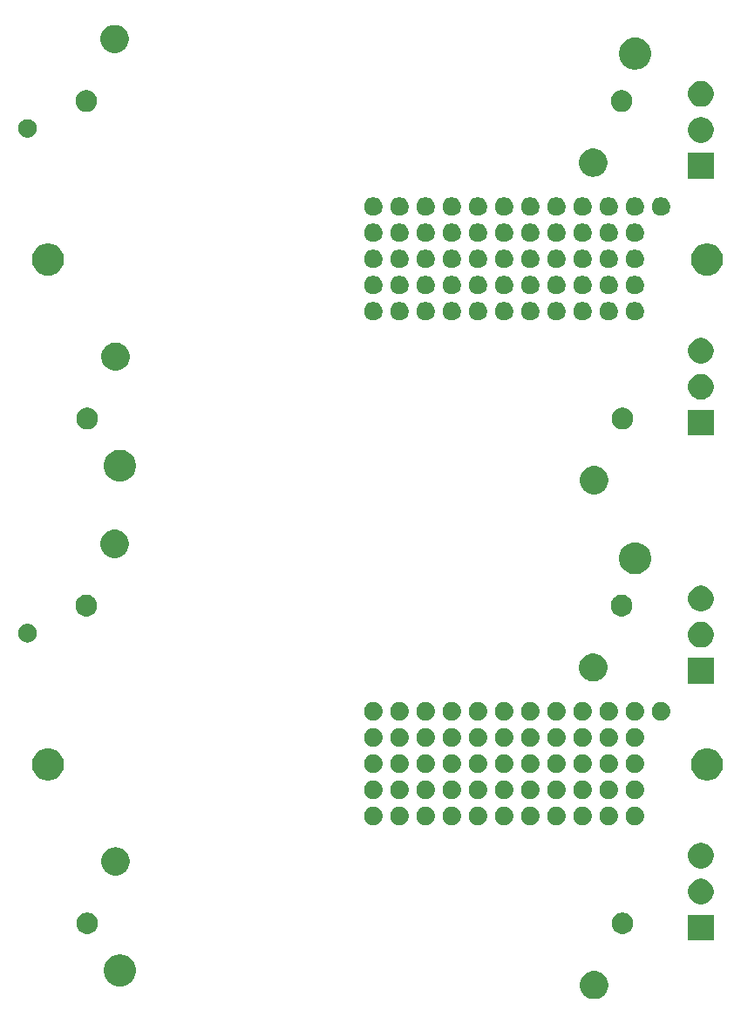
<source format=gbr>
G04 #@! TF.GenerationSoftware,KiCad,Pcbnew,5.1.5-52549c5~86~ubuntu18.04.1*
G04 #@! TF.CreationDate,2020-07-01T00:42:29-05:00*
G04 #@! TF.ProjectId,RAK811_LORA_ADAPTABLE_NODE_PANEL,52414b38-3131-45f4-9c4f-52415f414441,rev?*
G04 #@! TF.SameCoordinates,Original*
G04 #@! TF.FileFunction,Soldermask,Top*
G04 #@! TF.FilePolarity,Negative*
%FSLAX46Y46*%
G04 Gerber Fmt 4.6, Leading zero omitted, Abs format (unit mm)*
G04 Created by KiCad (PCBNEW 5.1.5-52549c5~86~ubuntu18.04.1) date 2020-07-01 00:42:29*
%MOMM*%
%LPD*%
G04 APERTURE LIST*
%ADD10C,0.100000*%
G04 APERTURE END LIST*
D10*
G36*
X163792724Y-144016497D02*
G01*
X164019906Y-144061686D01*
X164269412Y-144165035D01*
X164493962Y-144315075D01*
X164684925Y-144506038D01*
X164834965Y-144730588D01*
X164938314Y-144980094D01*
X164991000Y-145244968D01*
X164991000Y-145515032D01*
X164938314Y-145779906D01*
X164834965Y-146029412D01*
X164684925Y-146253962D01*
X164493962Y-146444925D01*
X164269412Y-146594965D01*
X164019906Y-146698314D01*
X163792724Y-146743503D01*
X163755033Y-146751000D01*
X163484967Y-146751000D01*
X163447276Y-146743503D01*
X163220094Y-146698314D01*
X162970588Y-146594965D01*
X162746038Y-146444925D01*
X162555075Y-146253962D01*
X162405035Y-146029412D01*
X162301686Y-145779906D01*
X162249000Y-145515032D01*
X162249000Y-145244968D01*
X162301686Y-144980094D01*
X162405035Y-144730588D01*
X162555075Y-144506038D01*
X162746038Y-144315075D01*
X162970588Y-144165035D01*
X163220094Y-144061686D01*
X163447276Y-144016497D01*
X163484967Y-144009000D01*
X163755033Y-144009000D01*
X163792724Y-144016497D01*
G37*
G36*
X117882585Y-142448802D02*
G01*
X118032410Y-142478604D01*
X118314674Y-142595521D01*
X118568705Y-142765259D01*
X118784741Y-142981295D01*
X118954479Y-143235326D01*
X119071396Y-143517590D01*
X119131000Y-143817240D01*
X119131000Y-144122760D01*
X119071396Y-144422410D01*
X118954479Y-144704674D01*
X118784741Y-144958705D01*
X118568705Y-145174741D01*
X118314674Y-145344479D01*
X118032410Y-145461396D01*
X117882585Y-145491198D01*
X117732761Y-145521000D01*
X117427239Y-145521000D01*
X117277415Y-145491198D01*
X117127590Y-145461396D01*
X116845326Y-145344479D01*
X116591295Y-145174741D01*
X116375259Y-144958705D01*
X116205521Y-144704674D01*
X116088604Y-144422410D01*
X116029000Y-144122760D01*
X116029000Y-143817240D01*
X116088604Y-143517590D01*
X116205521Y-143235326D01*
X116375259Y-142981295D01*
X116591295Y-142765259D01*
X116845326Y-142595521D01*
X117127590Y-142478604D01*
X117277415Y-142448802D01*
X117427239Y-142419000D01*
X117732761Y-142419000D01*
X117882585Y-142448802D01*
G37*
G36*
X175241000Y-141056000D02*
G01*
X172739000Y-141056000D01*
X172739000Y-138554000D01*
X175241000Y-138554000D01*
X175241000Y-141056000D01*
G37*
G36*
X166676564Y-138374389D02*
G01*
X166867833Y-138453615D01*
X166867835Y-138453616D01*
X167018070Y-138554000D01*
X167039973Y-138568635D01*
X167186365Y-138715027D01*
X167301385Y-138887167D01*
X167380611Y-139078436D01*
X167421000Y-139281484D01*
X167421000Y-139488516D01*
X167380611Y-139691564D01*
X167301385Y-139882833D01*
X167301384Y-139882835D01*
X167186365Y-140054973D01*
X167039973Y-140201365D01*
X166867835Y-140316384D01*
X166867834Y-140316385D01*
X166867833Y-140316385D01*
X166676564Y-140395611D01*
X166473516Y-140436000D01*
X166266484Y-140436000D01*
X166063436Y-140395611D01*
X165872167Y-140316385D01*
X165872166Y-140316385D01*
X165872165Y-140316384D01*
X165700027Y-140201365D01*
X165553635Y-140054973D01*
X165438616Y-139882835D01*
X165438615Y-139882833D01*
X165359389Y-139691564D01*
X165319000Y-139488516D01*
X165319000Y-139281484D01*
X165359389Y-139078436D01*
X165438615Y-138887167D01*
X165553635Y-138715027D01*
X165700027Y-138568635D01*
X165721930Y-138554000D01*
X165872165Y-138453616D01*
X165872167Y-138453615D01*
X166063436Y-138374389D01*
X166266484Y-138334000D01*
X166473516Y-138334000D01*
X166676564Y-138374389D01*
G37*
G36*
X114686564Y-138374389D02*
G01*
X114877833Y-138453615D01*
X114877835Y-138453616D01*
X115028070Y-138554000D01*
X115049973Y-138568635D01*
X115196365Y-138715027D01*
X115311385Y-138887167D01*
X115390611Y-139078436D01*
X115431000Y-139281484D01*
X115431000Y-139488516D01*
X115390611Y-139691564D01*
X115311385Y-139882833D01*
X115311384Y-139882835D01*
X115196365Y-140054973D01*
X115049973Y-140201365D01*
X114877835Y-140316384D01*
X114877834Y-140316385D01*
X114877833Y-140316385D01*
X114686564Y-140395611D01*
X114483516Y-140436000D01*
X114276484Y-140436000D01*
X114073436Y-140395611D01*
X113882167Y-140316385D01*
X113882166Y-140316385D01*
X113882165Y-140316384D01*
X113710027Y-140201365D01*
X113563635Y-140054973D01*
X113448616Y-139882835D01*
X113448615Y-139882833D01*
X113369389Y-139691564D01*
X113329000Y-139488516D01*
X113329000Y-139281484D01*
X113369389Y-139078436D01*
X113448615Y-138887167D01*
X113563635Y-138715027D01*
X113710027Y-138568635D01*
X113731930Y-138554000D01*
X113882165Y-138453616D01*
X113882167Y-138453615D01*
X114073436Y-138374389D01*
X114276484Y-138334000D01*
X114483516Y-138334000D01*
X114686564Y-138374389D01*
G37*
G36*
X174354903Y-135102075D02*
G01*
X174582571Y-135196378D01*
X174787466Y-135333285D01*
X174961715Y-135507534D01*
X175098622Y-135712429D01*
X175192925Y-135940097D01*
X175241000Y-136181787D01*
X175241000Y-136428213D01*
X175192925Y-136669903D01*
X175098622Y-136897571D01*
X174961715Y-137102466D01*
X174787466Y-137276715D01*
X174582571Y-137413622D01*
X174582570Y-137413623D01*
X174582569Y-137413623D01*
X174354903Y-137507925D01*
X174113214Y-137556000D01*
X173866786Y-137556000D01*
X173625097Y-137507925D01*
X173397431Y-137413623D01*
X173397430Y-137413623D01*
X173397429Y-137413622D01*
X173192534Y-137276715D01*
X173018285Y-137102466D01*
X172881378Y-136897571D01*
X172787075Y-136669903D01*
X172739000Y-136428213D01*
X172739000Y-136181787D01*
X172787075Y-135940097D01*
X172881378Y-135712429D01*
X173018285Y-135507534D01*
X173192534Y-135333285D01*
X173397429Y-135196378D01*
X173625097Y-135102075D01*
X173866786Y-135054000D01*
X174113214Y-135054000D01*
X174354903Y-135102075D01*
G37*
G36*
X117312724Y-132026497D02*
G01*
X117539906Y-132071686D01*
X117789412Y-132175035D01*
X118013962Y-132325075D01*
X118204925Y-132516038D01*
X118354965Y-132740588D01*
X118458314Y-132990094D01*
X118511000Y-133254968D01*
X118511000Y-133525032D01*
X118458314Y-133789906D01*
X118354965Y-134039412D01*
X118204925Y-134263962D01*
X118013962Y-134454925D01*
X117789412Y-134604965D01*
X117539906Y-134708314D01*
X117312724Y-134753503D01*
X117275033Y-134761000D01*
X117004967Y-134761000D01*
X116967276Y-134753503D01*
X116740094Y-134708314D01*
X116490588Y-134604965D01*
X116266038Y-134454925D01*
X116075075Y-134263962D01*
X115925035Y-134039412D01*
X115821686Y-133789906D01*
X115769000Y-133525032D01*
X115769000Y-133254968D01*
X115821686Y-132990094D01*
X115925035Y-132740588D01*
X116075075Y-132516038D01*
X116266038Y-132325075D01*
X116490588Y-132175035D01*
X116740094Y-132071686D01*
X116967276Y-132026497D01*
X117004967Y-132019000D01*
X117275033Y-132019000D01*
X117312724Y-132026497D01*
G37*
G36*
X174354903Y-131602075D02*
G01*
X174582571Y-131696378D01*
X174787466Y-131833285D01*
X174961715Y-132007534D01*
X175073636Y-132175035D01*
X175098623Y-132212431D01*
X175192925Y-132440097D01*
X175241000Y-132681787D01*
X175241000Y-132928213D01*
X175192925Y-133169903D01*
X175098622Y-133397571D01*
X174961715Y-133602466D01*
X174787466Y-133776715D01*
X174582571Y-133913622D01*
X174582570Y-133913623D01*
X174582569Y-133913623D01*
X174354903Y-134007925D01*
X174113214Y-134056000D01*
X173866786Y-134056000D01*
X173625097Y-134007925D01*
X173397431Y-133913623D01*
X173397430Y-133913623D01*
X173397429Y-133913622D01*
X173192534Y-133776715D01*
X173018285Y-133602466D01*
X172881378Y-133397571D01*
X172787075Y-133169903D01*
X172739000Y-132928213D01*
X172739000Y-132681787D01*
X172787075Y-132440097D01*
X172881377Y-132212431D01*
X172906364Y-132175035D01*
X173018285Y-132007534D01*
X173192534Y-131833285D01*
X173397429Y-131696378D01*
X173625097Y-131602075D01*
X173866786Y-131554000D01*
X174113214Y-131554000D01*
X174354903Y-131602075D01*
G37*
G36*
X142288512Y-128078927D02*
G01*
X142437812Y-128108624D01*
X142601784Y-128176544D01*
X142749354Y-128275147D01*
X142874853Y-128400646D01*
X142973456Y-128548216D01*
X143041376Y-128712188D01*
X143076000Y-128886259D01*
X143076000Y-129063741D01*
X143041376Y-129237812D01*
X142973456Y-129401784D01*
X142874853Y-129549354D01*
X142749354Y-129674853D01*
X142601784Y-129773456D01*
X142437812Y-129841376D01*
X142288512Y-129871073D01*
X142263742Y-129876000D01*
X142086258Y-129876000D01*
X142061488Y-129871073D01*
X141912188Y-129841376D01*
X141748216Y-129773456D01*
X141600646Y-129674853D01*
X141475147Y-129549354D01*
X141376544Y-129401784D01*
X141308624Y-129237812D01*
X141274000Y-129063741D01*
X141274000Y-128886259D01*
X141308624Y-128712188D01*
X141376544Y-128548216D01*
X141475147Y-128400646D01*
X141600646Y-128275147D01*
X141748216Y-128176544D01*
X141912188Y-128108624D01*
X142061488Y-128078927D01*
X142086258Y-128074000D01*
X142263742Y-128074000D01*
X142288512Y-128078927D01*
G37*
G36*
X157528512Y-128078927D02*
G01*
X157677812Y-128108624D01*
X157841784Y-128176544D01*
X157989354Y-128275147D01*
X158114853Y-128400646D01*
X158213456Y-128548216D01*
X158281376Y-128712188D01*
X158316000Y-128886259D01*
X158316000Y-129063741D01*
X158281376Y-129237812D01*
X158213456Y-129401784D01*
X158114853Y-129549354D01*
X157989354Y-129674853D01*
X157841784Y-129773456D01*
X157677812Y-129841376D01*
X157528512Y-129871073D01*
X157503742Y-129876000D01*
X157326258Y-129876000D01*
X157301488Y-129871073D01*
X157152188Y-129841376D01*
X156988216Y-129773456D01*
X156840646Y-129674853D01*
X156715147Y-129549354D01*
X156616544Y-129401784D01*
X156548624Y-129237812D01*
X156514000Y-129063741D01*
X156514000Y-128886259D01*
X156548624Y-128712188D01*
X156616544Y-128548216D01*
X156715147Y-128400646D01*
X156840646Y-128275147D01*
X156988216Y-128176544D01*
X157152188Y-128108624D01*
X157301488Y-128078927D01*
X157326258Y-128074000D01*
X157503742Y-128074000D01*
X157528512Y-128078927D01*
G37*
G36*
X152448512Y-128078927D02*
G01*
X152597812Y-128108624D01*
X152761784Y-128176544D01*
X152909354Y-128275147D01*
X153034853Y-128400646D01*
X153133456Y-128548216D01*
X153201376Y-128712188D01*
X153236000Y-128886259D01*
X153236000Y-129063741D01*
X153201376Y-129237812D01*
X153133456Y-129401784D01*
X153034853Y-129549354D01*
X152909354Y-129674853D01*
X152761784Y-129773456D01*
X152597812Y-129841376D01*
X152448512Y-129871073D01*
X152423742Y-129876000D01*
X152246258Y-129876000D01*
X152221488Y-129871073D01*
X152072188Y-129841376D01*
X151908216Y-129773456D01*
X151760646Y-129674853D01*
X151635147Y-129549354D01*
X151536544Y-129401784D01*
X151468624Y-129237812D01*
X151434000Y-129063741D01*
X151434000Y-128886259D01*
X151468624Y-128712188D01*
X151536544Y-128548216D01*
X151635147Y-128400646D01*
X151760646Y-128275147D01*
X151908216Y-128176544D01*
X152072188Y-128108624D01*
X152221488Y-128078927D01*
X152246258Y-128074000D01*
X152423742Y-128074000D01*
X152448512Y-128078927D01*
G37*
G36*
X149908512Y-128078927D02*
G01*
X150057812Y-128108624D01*
X150221784Y-128176544D01*
X150369354Y-128275147D01*
X150494853Y-128400646D01*
X150593456Y-128548216D01*
X150661376Y-128712188D01*
X150696000Y-128886259D01*
X150696000Y-129063741D01*
X150661376Y-129237812D01*
X150593456Y-129401784D01*
X150494853Y-129549354D01*
X150369354Y-129674853D01*
X150221784Y-129773456D01*
X150057812Y-129841376D01*
X149908512Y-129871073D01*
X149883742Y-129876000D01*
X149706258Y-129876000D01*
X149681488Y-129871073D01*
X149532188Y-129841376D01*
X149368216Y-129773456D01*
X149220646Y-129674853D01*
X149095147Y-129549354D01*
X148996544Y-129401784D01*
X148928624Y-129237812D01*
X148894000Y-129063741D01*
X148894000Y-128886259D01*
X148928624Y-128712188D01*
X148996544Y-128548216D01*
X149095147Y-128400646D01*
X149220646Y-128275147D01*
X149368216Y-128176544D01*
X149532188Y-128108624D01*
X149681488Y-128078927D01*
X149706258Y-128074000D01*
X149883742Y-128074000D01*
X149908512Y-128078927D01*
G37*
G36*
X154988512Y-128078927D02*
G01*
X155137812Y-128108624D01*
X155301784Y-128176544D01*
X155449354Y-128275147D01*
X155574853Y-128400646D01*
X155673456Y-128548216D01*
X155741376Y-128712188D01*
X155776000Y-128886259D01*
X155776000Y-129063741D01*
X155741376Y-129237812D01*
X155673456Y-129401784D01*
X155574853Y-129549354D01*
X155449354Y-129674853D01*
X155301784Y-129773456D01*
X155137812Y-129841376D01*
X154988512Y-129871073D01*
X154963742Y-129876000D01*
X154786258Y-129876000D01*
X154761488Y-129871073D01*
X154612188Y-129841376D01*
X154448216Y-129773456D01*
X154300646Y-129674853D01*
X154175147Y-129549354D01*
X154076544Y-129401784D01*
X154008624Y-129237812D01*
X153974000Y-129063741D01*
X153974000Y-128886259D01*
X154008624Y-128712188D01*
X154076544Y-128548216D01*
X154175147Y-128400646D01*
X154300646Y-128275147D01*
X154448216Y-128176544D01*
X154612188Y-128108624D01*
X154761488Y-128078927D01*
X154786258Y-128074000D01*
X154963742Y-128074000D01*
X154988512Y-128078927D01*
G37*
G36*
X144828512Y-128078927D02*
G01*
X144977812Y-128108624D01*
X145141784Y-128176544D01*
X145289354Y-128275147D01*
X145414853Y-128400646D01*
X145513456Y-128548216D01*
X145581376Y-128712188D01*
X145616000Y-128886259D01*
X145616000Y-129063741D01*
X145581376Y-129237812D01*
X145513456Y-129401784D01*
X145414853Y-129549354D01*
X145289354Y-129674853D01*
X145141784Y-129773456D01*
X144977812Y-129841376D01*
X144828512Y-129871073D01*
X144803742Y-129876000D01*
X144626258Y-129876000D01*
X144601488Y-129871073D01*
X144452188Y-129841376D01*
X144288216Y-129773456D01*
X144140646Y-129674853D01*
X144015147Y-129549354D01*
X143916544Y-129401784D01*
X143848624Y-129237812D01*
X143814000Y-129063741D01*
X143814000Y-128886259D01*
X143848624Y-128712188D01*
X143916544Y-128548216D01*
X144015147Y-128400646D01*
X144140646Y-128275147D01*
X144288216Y-128176544D01*
X144452188Y-128108624D01*
X144601488Y-128078927D01*
X144626258Y-128074000D01*
X144803742Y-128074000D01*
X144828512Y-128078927D01*
G37*
G36*
X160068512Y-128078927D02*
G01*
X160217812Y-128108624D01*
X160381784Y-128176544D01*
X160529354Y-128275147D01*
X160654853Y-128400646D01*
X160753456Y-128548216D01*
X160821376Y-128712188D01*
X160856000Y-128886259D01*
X160856000Y-129063741D01*
X160821376Y-129237812D01*
X160753456Y-129401784D01*
X160654853Y-129549354D01*
X160529354Y-129674853D01*
X160381784Y-129773456D01*
X160217812Y-129841376D01*
X160068512Y-129871073D01*
X160043742Y-129876000D01*
X159866258Y-129876000D01*
X159841488Y-129871073D01*
X159692188Y-129841376D01*
X159528216Y-129773456D01*
X159380646Y-129674853D01*
X159255147Y-129549354D01*
X159156544Y-129401784D01*
X159088624Y-129237812D01*
X159054000Y-129063741D01*
X159054000Y-128886259D01*
X159088624Y-128712188D01*
X159156544Y-128548216D01*
X159255147Y-128400646D01*
X159380646Y-128275147D01*
X159528216Y-128176544D01*
X159692188Y-128108624D01*
X159841488Y-128078927D01*
X159866258Y-128074000D01*
X160043742Y-128074000D01*
X160068512Y-128078927D01*
G37*
G36*
X162608512Y-128078927D02*
G01*
X162757812Y-128108624D01*
X162921784Y-128176544D01*
X163069354Y-128275147D01*
X163194853Y-128400646D01*
X163293456Y-128548216D01*
X163361376Y-128712188D01*
X163396000Y-128886259D01*
X163396000Y-129063741D01*
X163361376Y-129237812D01*
X163293456Y-129401784D01*
X163194853Y-129549354D01*
X163069354Y-129674853D01*
X162921784Y-129773456D01*
X162757812Y-129841376D01*
X162608512Y-129871073D01*
X162583742Y-129876000D01*
X162406258Y-129876000D01*
X162381488Y-129871073D01*
X162232188Y-129841376D01*
X162068216Y-129773456D01*
X161920646Y-129674853D01*
X161795147Y-129549354D01*
X161696544Y-129401784D01*
X161628624Y-129237812D01*
X161594000Y-129063741D01*
X161594000Y-128886259D01*
X161628624Y-128712188D01*
X161696544Y-128548216D01*
X161795147Y-128400646D01*
X161920646Y-128275147D01*
X162068216Y-128176544D01*
X162232188Y-128108624D01*
X162381488Y-128078927D01*
X162406258Y-128074000D01*
X162583742Y-128074000D01*
X162608512Y-128078927D01*
G37*
G36*
X165148512Y-128078927D02*
G01*
X165297812Y-128108624D01*
X165461784Y-128176544D01*
X165609354Y-128275147D01*
X165734853Y-128400646D01*
X165833456Y-128548216D01*
X165901376Y-128712188D01*
X165936000Y-128886259D01*
X165936000Y-129063741D01*
X165901376Y-129237812D01*
X165833456Y-129401784D01*
X165734853Y-129549354D01*
X165609354Y-129674853D01*
X165461784Y-129773456D01*
X165297812Y-129841376D01*
X165148512Y-129871073D01*
X165123742Y-129876000D01*
X164946258Y-129876000D01*
X164921488Y-129871073D01*
X164772188Y-129841376D01*
X164608216Y-129773456D01*
X164460646Y-129674853D01*
X164335147Y-129549354D01*
X164236544Y-129401784D01*
X164168624Y-129237812D01*
X164134000Y-129063741D01*
X164134000Y-128886259D01*
X164168624Y-128712188D01*
X164236544Y-128548216D01*
X164335147Y-128400646D01*
X164460646Y-128275147D01*
X164608216Y-128176544D01*
X164772188Y-128108624D01*
X164921488Y-128078927D01*
X164946258Y-128074000D01*
X165123742Y-128074000D01*
X165148512Y-128078927D01*
G37*
G36*
X167688512Y-128078927D02*
G01*
X167837812Y-128108624D01*
X168001784Y-128176544D01*
X168149354Y-128275147D01*
X168274853Y-128400646D01*
X168373456Y-128548216D01*
X168441376Y-128712188D01*
X168476000Y-128886259D01*
X168476000Y-129063741D01*
X168441376Y-129237812D01*
X168373456Y-129401784D01*
X168274853Y-129549354D01*
X168149354Y-129674853D01*
X168001784Y-129773456D01*
X167837812Y-129841376D01*
X167688512Y-129871073D01*
X167663742Y-129876000D01*
X167486258Y-129876000D01*
X167461488Y-129871073D01*
X167312188Y-129841376D01*
X167148216Y-129773456D01*
X167000646Y-129674853D01*
X166875147Y-129549354D01*
X166776544Y-129401784D01*
X166708624Y-129237812D01*
X166674000Y-129063741D01*
X166674000Y-128886259D01*
X166708624Y-128712188D01*
X166776544Y-128548216D01*
X166875147Y-128400646D01*
X167000646Y-128275147D01*
X167148216Y-128176544D01*
X167312188Y-128108624D01*
X167461488Y-128078927D01*
X167486258Y-128074000D01*
X167663742Y-128074000D01*
X167688512Y-128078927D01*
G37*
G36*
X147368512Y-128078927D02*
G01*
X147517812Y-128108624D01*
X147681784Y-128176544D01*
X147829354Y-128275147D01*
X147954853Y-128400646D01*
X148053456Y-128548216D01*
X148121376Y-128712188D01*
X148156000Y-128886259D01*
X148156000Y-129063741D01*
X148121376Y-129237812D01*
X148053456Y-129401784D01*
X147954853Y-129549354D01*
X147829354Y-129674853D01*
X147681784Y-129773456D01*
X147517812Y-129841376D01*
X147368512Y-129871073D01*
X147343742Y-129876000D01*
X147166258Y-129876000D01*
X147141488Y-129871073D01*
X146992188Y-129841376D01*
X146828216Y-129773456D01*
X146680646Y-129674853D01*
X146555147Y-129549354D01*
X146456544Y-129401784D01*
X146388624Y-129237812D01*
X146354000Y-129063741D01*
X146354000Y-128886259D01*
X146388624Y-128712188D01*
X146456544Y-128548216D01*
X146555147Y-128400646D01*
X146680646Y-128275147D01*
X146828216Y-128176544D01*
X146992188Y-128108624D01*
X147141488Y-128078927D01*
X147166258Y-128074000D01*
X147343742Y-128074000D01*
X147368512Y-128078927D01*
G37*
G36*
X165148512Y-125538927D02*
G01*
X165297812Y-125568624D01*
X165461784Y-125636544D01*
X165609354Y-125735147D01*
X165734853Y-125860646D01*
X165833456Y-126008216D01*
X165901376Y-126172188D01*
X165936000Y-126346259D01*
X165936000Y-126523741D01*
X165901376Y-126697812D01*
X165833456Y-126861784D01*
X165734853Y-127009354D01*
X165609354Y-127134853D01*
X165461784Y-127233456D01*
X165297812Y-127301376D01*
X165148512Y-127331073D01*
X165123742Y-127336000D01*
X164946258Y-127336000D01*
X164921488Y-127331073D01*
X164772188Y-127301376D01*
X164608216Y-127233456D01*
X164460646Y-127134853D01*
X164335147Y-127009354D01*
X164236544Y-126861784D01*
X164168624Y-126697812D01*
X164134000Y-126523741D01*
X164134000Y-126346259D01*
X164168624Y-126172188D01*
X164236544Y-126008216D01*
X164335147Y-125860646D01*
X164460646Y-125735147D01*
X164608216Y-125636544D01*
X164772188Y-125568624D01*
X164921488Y-125538927D01*
X164946258Y-125534000D01*
X165123742Y-125534000D01*
X165148512Y-125538927D01*
G37*
G36*
X167688512Y-125538927D02*
G01*
X167837812Y-125568624D01*
X168001784Y-125636544D01*
X168149354Y-125735147D01*
X168274853Y-125860646D01*
X168373456Y-126008216D01*
X168441376Y-126172188D01*
X168476000Y-126346259D01*
X168476000Y-126523741D01*
X168441376Y-126697812D01*
X168373456Y-126861784D01*
X168274853Y-127009354D01*
X168149354Y-127134853D01*
X168001784Y-127233456D01*
X167837812Y-127301376D01*
X167688512Y-127331073D01*
X167663742Y-127336000D01*
X167486258Y-127336000D01*
X167461488Y-127331073D01*
X167312188Y-127301376D01*
X167148216Y-127233456D01*
X167000646Y-127134853D01*
X166875147Y-127009354D01*
X166776544Y-126861784D01*
X166708624Y-126697812D01*
X166674000Y-126523741D01*
X166674000Y-126346259D01*
X166708624Y-126172188D01*
X166776544Y-126008216D01*
X166875147Y-125860646D01*
X167000646Y-125735147D01*
X167148216Y-125636544D01*
X167312188Y-125568624D01*
X167461488Y-125538927D01*
X167486258Y-125534000D01*
X167663742Y-125534000D01*
X167688512Y-125538927D01*
G37*
G36*
X142288512Y-125538927D02*
G01*
X142437812Y-125568624D01*
X142601784Y-125636544D01*
X142749354Y-125735147D01*
X142874853Y-125860646D01*
X142973456Y-126008216D01*
X143041376Y-126172188D01*
X143076000Y-126346259D01*
X143076000Y-126523741D01*
X143041376Y-126697812D01*
X142973456Y-126861784D01*
X142874853Y-127009354D01*
X142749354Y-127134853D01*
X142601784Y-127233456D01*
X142437812Y-127301376D01*
X142288512Y-127331073D01*
X142263742Y-127336000D01*
X142086258Y-127336000D01*
X142061488Y-127331073D01*
X141912188Y-127301376D01*
X141748216Y-127233456D01*
X141600646Y-127134853D01*
X141475147Y-127009354D01*
X141376544Y-126861784D01*
X141308624Y-126697812D01*
X141274000Y-126523741D01*
X141274000Y-126346259D01*
X141308624Y-126172188D01*
X141376544Y-126008216D01*
X141475147Y-125860646D01*
X141600646Y-125735147D01*
X141748216Y-125636544D01*
X141912188Y-125568624D01*
X142061488Y-125538927D01*
X142086258Y-125534000D01*
X142263742Y-125534000D01*
X142288512Y-125538927D01*
G37*
G36*
X162608512Y-125538927D02*
G01*
X162757812Y-125568624D01*
X162921784Y-125636544D01*
X163069354Y-125735147D01*
X163194853Y-125860646D01*
X163293456Y-126008216D01*
X163361376Y-126172188D01*
X163396000Y-126346259D01*
X163396000Y-126523741D01*
X163361376Y-126697812D01*
X163293456Y-126861784D01*
X163194853Y-127009354D01*
X163069354Y-127134853D01*
X162921784Y-127233456D01*
X162757812Y-127301376D01*
X162608512Y-127331073D01*
X162583742Y-127336000D01*
X162406258Y-127336000D01*
X162381488Y-127331073D01*
X162232188Y-127301376D01*
X162068216Y-127233456D01*
X161920646Y-127134853D01*
X161795147Y-127009354D01*
X161696544Y-126861784D01*
X161628624Y-126697812D01*
X161594000Y-126523741D01*
X161594000Y-126346259D01*
X161628624Y-126172188D01*
X161696544Y-126008216D01*
X161795147Y-125860646D01*
X161920646Y-125735147D01*
X162068216Y-125636544D01*
X162232188Y-125568624D01*
X162381488Y-125538927D01*
X162406258Y-125534000D01*
X162583742Y-125534000D01*
X162608512Y-125538927D01*
G37*
G36*
X160068512Y-125538927D02*
G01*
X160217812Y-125568624D01*
X160381784Y-125636544D01*
X160529354Y-125735147D01*
X160654853Y-125860646D01*
X160753456Y-126008216D01*
X160821376Y-126172188D01*
X160856000Y-126346259D01*
X160856000Y-126523741D01*
X160821376Y-126697812D01*
X160753456Y-126861784D01*
X160654853Y-127009354D01*
X160529354Y-127134853D01*
X160381784Y-127233456D01*
X160217812Y-127301376D01*
X160068512Y-127331073D01*
X160043742Y-127336000D01*
X159866258Y-127336000D01*
X159841488Y-127331073D01*
X159692188Y-127301376D01*
X159528216Y-127233456D01*
X159380646Y-127134853D01*
X159255147Y-127009354D01*
X159156544Y-126861784D01*
X159088624Y-126697812D01*
X159054000Y-126523741D01*
X159054000Y-126346259D01*
X159088624Y-126172188D01*
X159156544Y-126008216D01*
X159255147Y-125860646D01*
X159380646Y-125735147D01*
X159528216Y-125636544D01*
X159692188Y-125568624D01*
X159841488Y-125538927D01*
X159866258Y-125534000D01*
X160043742Y-125534000D01*
X160068512Y-125538927D01*
G37*
G36*
X157528512Y-125538927D02*
G01*
X157677812Y-125568624D01*
X157841784Y-125636544D01*
X157989354Y-125735147D01*
X158114853Y-125860646D01*
X158213456Y-126008216D01*
X158281376Y-126172188D01*
X158316000Y-126346259D01*
X158316000Y-126523741D01*
X158281376Y-126697812D01*
X158213456Y-126861784D01*
X158114853Y-127009354D01*
X157989354Y-127134853D01*
X157841784Y-127233456D01*
X157677812Y-127301376D01*
X157528512Y-127331073D01*
X157503742Y-127336000D01*
X157326258Y-127336000D01*
X157301488Y-127331073D01*
X157152188Y-127301376D01*
X156988216Y-127233456D01*
X156840646Y-127134853D01*
X156715147Y-127009354D01*
X156616544Y-126861784D01*
X156548624Y-126697812D01*
X156514000Y-126523741D01*
X156514000Y-126346259D01*
X156548624Y-126172188D01*
X156616544Y-126008216D01*
X156715147Y-125860646D01*
X156840646Y-125735147D01*
X156988216Y-125636544D01*
X157152188Y-125568624D01*
X157301488Y-125538927D01*
X157326258Y-125534000D01*
X157503742Y-125534000D01*
X157528512Y-125538927D01*
G37*
G36*
X154988512Y-125538927D02*
G01*
X155137812Y-125568624D01*
X155301784Y-125636544D01*
X155449354Y-125735147D01*
X155574853Y-125860646D01*
X155673456Y-126008216D01*
X155741376Y-126172188D01*
X155776000Y-126346259D01*
X155776000Y-126523741D01*
X155741376Y-126697812D01*
X155673456Y-126861784D01*
X155574853Y-127009354D01*
X155449354Y-127134853D01*
X155301784Y-127233456D01*
X155137812Y-127301376D01*
X154988512Y-127331073D01*
X154963742Y-127336000D01*
X154786258Y-127336000D01*
X154761488Y-127331073D01*
X154612188Y-127301376D01*
X154448216Y-127233456D01*
X154300646Y-127134853D01*
X154175147Y-127009354D01*
X154076544Y-126861784D01*
X154008624Y-126697812D01*
X153974000Y-126523741D01*
X153974000Y-126346259D01*
X154008624Y-126172188D01*
X154076544Y-126008216D01*
X154175147Y-125860646D01*
X154300646Y-125735147D01*
X154448216Y-125636544D01*
X154612188Y-125568624D01*
X154761488Y-125538927D01*
X154786258Y-125534000D01*
X154963742Y-125534000D01*
X154988512Y-125538927D01*
G37*
G36*
X152448512Y-125538927D02*
G01*
X152597812Y-125568624D01*
X152761784Y-125636544D01*
X152909354Y-125735147D01*
X153034853Y-125860646D01*
X153133456Y-126008216D01*
X153201376Y-126172188D01*
X153236000Y-126346259D01*
X153236000Y-126523741D01*
X153201376Y-126697812D01*
X153133456Y-126861784D01*
X153034853Y-127009354D01*
X152909354Y-127134853D01*
X152761784Y-127233456D01*
X152597812Y-127301376D01*
X152448512Y-127331073D01*
X152423742Y-127336000D01*
X152246258Y-127336000D01*
X152221488Y-127331073D01*
X152072188Y-127301376D01*
X151908216Y-127233456D01*
X151760646Y-127134853D01*
X151635147Y-127009354D01*
X151536544Y-126861784D01*
X151468624Y-126697812D01*
X151434000Y-126523741D01*
X151434000Y-126346259D01*
X151468624Y-126172188D01*
X151536544Y-126008216D01*
X151635147Y-125860646D01*
X151760646Y-125735147D01*
X151908216Y-125636544D01*
X152072188Y-125568624D01*
X152221488Y-125538927D01*
X152246258Y-125534000D01*
X152423742Y-125534000D01*
X152448512Y-125538927D01*
G37*
G36*
X149908512Y-125538927D02*
G01*
X150057812Y-125568624D01*
X150221784Y-125636544D01*
X150369354Y-125735147D01*
X150494853Y-125860646D01*
X150593456Y-126008216D01*
X150661376Y-126172188D01*
X150696000Y-126346259D01*
X150696000Y-126523741D01*
X150661376Y-126697812D01*
X150593456Y-126861784D01*
X150494853Y-127009354D01*
X150369354Y-127134853D01*
X150221784Y-127233456D01*
X150057812Y-127301376D01*
X149908512Y-127331073D01*
X149883742Y-127336000D01*
X149706258Y-127336000D01*
X149681488Y-127331073D01*
X149532188Y-127301376D01*
X149368216Y-127233456D01*
X149220646Y-127134853D01*
X149095147Y-127009354D01*
X148996544Y-126861784D01*
X148928624Y-126697812D01*
X148894000Y-126523741D01*
X148894000Y-126346259D01*
X148928624Y-126172188D01*
X148996544Y-126008216D01*
X149095147Y-125860646D01*
X149220646Y-125735147D01*
X149368216Y-125636544D01*
X149532188Y-125568624D01*
X149681488Y-125538927D01*
X149706258Y-125534000D01*
X149883742Y-125534000D01*
X149908512Y-125538927D01*
G37*
G36*
X147368512Y-125538927D02*
G01*
X147517812Y-125568624D01*
X147681784Y-125636544D01*
X147829354Y-125735147D01*
X147954853Y-125860646D01*
X148053456Y-126008216D01*
X148121376Y-126172188D01*
X148156000Y-126346259D01*
X148156000Y-126523741D01*
X148121376Y-126697812D01*
X148053456Y-126861784D01*
X147954853Y-127009354D01*
X147829354Y-127134853D01*
X147681784Y-127233456D01*
X147517812Y-127301376D01*
X147368512Y-127331073D01*
X147343742Y-127336000D01*
X147166258Y-127336000D01*
X147141488Y-127331073D01*
X146992188Y-127301376D01*
X146828216Y-127233456D01*
X146680646Y-127134853D01*
X146555147Y-127009354D01*
X146456544Y-126861784D01*
X146388624Y-126697812D01*
X146354000Y-126523741D01*
X146354000Y-126346259D01*
X146388624Y-126172188D01*
X146456544Y-126008216D01*
X146555147Y-125860646D01*
X146680646Y-125735147D01*
X146828216Y-125636544D01*
X146992188Y-125568624D01*
X147141488Y-125538927D01*
X147166258Y-125534000D01*
X147343742Y-125534000D01*
X147368512Y-125538927D01*
G37*
G36*
X144828512Y-125538927D02*
G01*
X144977812Y-125568624D01*
X145141784Y-125636544D01*
X145289354Y-125735147D01*
X145414853Y-125860646D01*
X145513456Y-126008216D01*
X145581376Y-126172188D01*
X145616000Y-126346259D01*
X145616000Y-126523741D01*
X145581376Y-126697812D01*
X145513456Y-126861784D01*
X145414853Y-127009354D01*
X145289354Y-127134853D01*
X145141784Y-127233456D01*
X144977812Y-127301376D01*
X144828512Y-127331073D01*
X144803742Y-127336000D01*
X144626258Y-127336000D01*
X144601488Y-127331073D01*
X144452188Y-127301376D01*
X144288216Y-127233456D01*
X144140646Y-127134853D01*
X144015147Y-127009354D01*
X143916544Y-126861784D01*
X143848624Y-126697812D01*
X143814000Y-126523741D01*
X143814000Y-126346259D01*
X143848624Y-126172188D01*
X143916544Y-126008216D01*
X144015147Y-125860646D01*
X144140646Y-125735147D01*
X144288216Y-125636544D01*
X144452188Y-125568624D01*
X144601488Y-125538927D01*
X144626258Y-125534000D01*
X144803742Y-125534000D01*
X144828512Y-125538927D01*
G37*
G36*
X174882585Y-122448802D02*
G01*
X175032410Y-122478604D01*
X175314674Y-122595521D01*
X175568705Y-122765259D01*
X175784741Y-122981295D01*
X175954479Y-123235326D01*
X176071396Y-123517590D01*
X176131000Y-123817240D01*
X176131000Y-124122760D01*
X176071396Y-124422410D01*
X175954479Y-124704674D01*
X175784741Y-124958705D01*
X175568705Y-125174741D01*
X175314674Y-125344479D01*
X175032410Y-125461396D01*
X174882585Y-125491198D01*
X174732761Y-125521000D01*
X174427239Y-125521000D01*
X174277415Y-125491198D01*
X174127590Y-125461396D01*
X173845326Y-125344479D01*
X173591295Y-125174741D01*
X173375259Y-124958705D01*
X173205521Y-124704674D01*
X173088604Y-124422410D01*
X173029000Y-124122760D01*
X173029000Y-123817240D01*
X173088604Y-123517590D01*
X173205521Y-123235326D01*
X173375259Y-122981295D01*
X173591295Y-122765259D01*
X173845326Y-122595521D01*
X174127590Y-122478604D01*
X174277415Y-122448802D01*
X174427239Y-122419000D01*
X174732761Y-122419000D01*
X174882585Y-122448802D01*
G37*
G36*
X110882585Y-122448802D02*
G01*
X111032410Y-122478604D01*
X111314674Y-122595521D01*
X111568705Y-122765259D01*
X111784741Y-122981295D01*
X111954479Y-123235326D01*
X112071396Y-123517590D01*
X112131000Y-123817240D01*
X112131000Y-124122760D01*
X112071396Y-124422410D01*
X111954479Y-124704674D01*
X111784741Y-124958705D01*
X111568705Y-125174741D01*
X111314674Y-125344479D01*
X111032410Y-125461396D01*
X110882585Y-125491198D01*
X110732761Y-125521000D01*
X110427239Y-125521000D01*
X110277415Y-125491198D01*
X110127590Y-125461396D01*
X109845326Y-125344479D01*
X109591295Y-125174741D01*
X109375259Y-124958705D01*
X109205521Y-124704674D01*
X109088604Y-124422410D01*
X109029000Y-124122760D01*
X109029000Y-123817240D01*
X109088604Y-123517590D01*
X109205521Y-123235326D01*
X109375259Y-122981295D01*
X109591295Y-122765259D01*
X109845326Y-122595521D01*
X110127590Y-122478604D01*
X110277415Y-122448802D01*
X110427239Y-122419000D01*
X110732761Y-122419000D01*
X110882585Y-122448802D01*
G37*
G36*
X167688512Y-122998927D02*
G01*
X167837812Y-123028624D01*
X168001784Y-123096544D01*
X168149354Y-123195147D01*
X168274853Y-123320646D01*
X168373456Y-123468216D01*
X168441376Y-123632188D01*
X168476000Y-123806259D01*
X168476000Y-123983741D01*
X168441376Y-124157812D01*
X168373456Y-124321784D01*
X168274853Y-124469354D01*
X168149354Y-124594853D01*
X168001784Y-124693456D01*
X167837812Y-124761376D01*
X167688512Y-124791073D01*
X167663742Y-124796000D01*
X167486258Y-124796000D01*
X167461488Y-124791073D01*
X167312188Y-124761376D01*
X167148216Y-124693456D01*
X167000646Y-124594853D01*
X166875147Y-124469354D01*
X166776544Y-124321784D01*
X166708624Y-124157812D01*
X166674000Y-123983741D01*
X166674000Y-123806259D01*
X166708624Y-123632188D01*
X166776544Y-123468216D01*
X166875147Y-123320646D01*
X167000646Y-123195147D01*
X167148216Y-123096544D01*
X167312188Y-123028624D01*
X167461488Y-122998927D01*
X167486258Y-122994000D01*
X167663742Y-122994000D01*
X167688512Y-122998927D01*
G37*
G36*
X144828512Y-122998927D02*
G01*
X144977812Y-123028624D01*
X145141784Y-123096544D01*
X145289354Y-123195147D01*
X145414853Y-123320646D01*
X145513456Y-123468216D01*
X145581376Y-123632188D01*
X145616000Y-123806259D01*
X145616000Y-123983741D01*
X145581376Y-124157812D01*
X145513456Y-124321784D01*
X145414853Y-124469354D01*
X145289354Y-124594853D01*
X145141784Y-124693456D01*
X144977812Y-124761376D01*
X144828512Y-124791073D01*
X144803742Y-124796000D01*
X144626258Y-124796000D01*
X144601488Y-124791073D01*
X144452188Y-124761376D01*
X144288216Y-124693456D01*
X144140646Y-124594853D01*
X144015147Y-124469354D01*
X143916544Y-124321784D01*
X143848624Y-124157812D01*
X143814000Y-123983741D01*
X143814000Y-123806259D01*
X143848624Y-123632188D01*
X143916544Y-123468216D01*
X144015147Y-123320646D01*
X144140646Y-123195147D01*
X144288216Y-123096544D01*
X144452188Y-123028624D01*
X144601488Y-122998927D01*
X144626258Y-122994000D01*
X144803742Y-122994000D01*
X144828512Y-122998927D01*
G37*
G36*
X147368512Y-122998927D02*
G01*
X147517812Y-123028624D01*
X147681784Y-123096544D01*
X147829354Y-123195147D01*
X147954853Y-123320646D01*
X148053456Y-123468216D01*
X148121376Y-123632188D01*
X148156000Y-123806259D01*
X148156000Y-123983741D01*
X148121376Y-124157812D01*
X148053456Y-124321784D01*
X147954853Y-124469354D01*
X147829354Y-124594853D01*
X147681784Y-124693456D01*
X147517812Y-124761376D01*
X147368512Y-124791073D01*
X147343742Y-124796000D01*
X147166258Y-124796000D01*
X147141488Y-124791073D01*
X146992188Y-124761376D01*
X146828216Y-124693456D01*
X146680646Y-124594853D01*
X146555147Y-124469354D01*
X146456544Y-124321784D01*
X146388624Y-124157812D01*
X146354000Y-123983741D01*
X146354000Y-123806259D01*
X146388624Y-123632188D01*
X146456544Y-123468216D01*
X146555147Y-123320646D01*
X146680646Y-123195147D01*
X146828216Y-123096544D01*
X146992188Y-123028624D01*
X147141488Y-122998927D01*
X147166258Y-122994000D01*
X147343742Y-122994000D01*
X147368512Y-122998927D01*
G37*
G36*
X142288512Y-122998927D02*
G01*
X142437812Y-123028624D01*
X142601784Y-123096544D01*
X142749354Y-123195147D01*
X142874853Y-123320646D01*
X142973456Y-123468216D01*
X143041376Y-123632188D01*
X143076000Y-123806259D01*
X143076000Y-123983741D01*
X143041376Y-124157812D01*
X142973456Y-124321784D01*
X142874853Y-124469354D01*
X142749354Y-124594853D01*
X142601784Y-124693456D01*
X142437812Y-124761376D01*
X142288512Y-124791073D01*
X142263742Y-124796000D01*
X142086258Y-124796000D01*
X142061488Y-124791073D01*
X141912188Y-124761376D01*
X141748216Y-124693456D01*
X141600646Y-124594853D01*
X141475147Y-124469354D01*
X141376544Y-124321784D01*
X141308624Y-124157812D01*
X141274000Y-123983741D01*
X141274000Y-123806259D01*
X141308624Y-123632188D01*
X141376544Y-123468216D01*
X141475147Y-123320646D01*
X141600646Y-123195147D01*
X141748216Y-123096544D01*
X141912188Y-123028624D01*
X142061488Y-122998927D01*
X142086258Y-122994000D01*
X142263742Y-122994000D01*
X142288512Y-122998927D01*
G37*
G36*
X162608512Y-122998927D02*
G01*
X162757812Y-123028624D01*
X162921784Y-123096544D01*
X163069354Y-123195147D01*
X163194853Y-123320646D01*
X163293456Y-123468216D01*
X163361376Y-123632188D01*
X163396000Y-123806259D01*
X163396000Y-123983741D01*
X163361376Y-124157812D01*
X163293456Y-124321784D01*
X163194853Y-124469354D01*
X163069354Y-124594853D01*
X162921784Y-124693456D01*
X162757812Y-124761376D01*
X162608512Y-124791073D01*
X162583742Y-124796000D01*
X162406258Y-124796000D01*
X162381488Y-124791073D01*
X162232188Y-124761376D01*
X162068216Y-124693456D01*
X161920646Y-124594853D01*
X161795147Y-124469354D01*
X161696544Y-124321784D01*
X161628624Y-124157812D01*
X161594000Y-123983741D01*
X161594000Y-123806259D01*
X161628624Y-123632188D01*
X161696544Y-123468216D01*
X161795147Y-123320646D01*
X161920646Y-123195147D01*
X162068216Y-123096544D01*
X162232188Y-123028624D01*
X162381488Y-122998927D01*
X162406258Y-122994000D01*
X162583742Y-122994000D01*
X162608512Y-122998927D01*
G37*
G36*
X157528512Y-122998927D02*
G01*
X157677812Y-123028624D01*
X157841784Y-123096544D01*
X157989354Y-123195147D01*
X158114853Y-123320646D01*
X158213456Y-123468216D01*
X158281376Y-123632188D01*
X158316000Y-123806259D01*
X158316000Y-123983741D01*
X158281376Y-124157812D01*
X158213456Y-124321784D01*
X158114853Y-124469354D01*
X157989354Y-124594853D01*
X157841784Y-124693456D01*
X157677812Y-124761376D01*
X157528512Y-124791073D01*
X157503742Y-124796000D01*
X157326258Y-124796000D01*
X157301488Y-124791073D01*
X157152188Y-124761376D01*
X156988216Y-124693456D01*
X156840646Y-124594853D01*
X156715147Y-124469354D01*
X156616544Y-124321784D01*
X156548624Y-124157812D01*
X156514000Y-123983741D01*
X156514000Y-123806259D01*
X156548624Y-123632188D01*
X156616544Y-123468216D01*
X156715147Y-123320646D01*
X156840646Y-123195147D01*
X156988216Y-123096544D01*
X157152188Y-123028624D01*
X157301488Y-122998927D01*
X157326258Y-122994000D01*
X157503742Y-122994000D01*
X157528512Y-122998927D01*
G37*
G36*
X160068512Y-122998927D02*
G01*
X160217812Y-123028624D01*
X160381784Y-123096544D01*
X160529354Y-123195147D01*
X160654853Y-123320646D01*
X160753456Y-123468216D01*
X160821376Y-123632188D01*
X160856000Y-123806259D01*
X160856000Y-123983741D01*
X160821376Y-124157812D01*
X160753456Y-124321784D01*
X160654853Y-124469354D01*
X160529354Y-124594853D01*
X160381784Y-124693456D01*
X160217812Y-124761376D01*
X160068512Y-124791073D01*
X160043742Y-124796000D01*
X159866258Y-124796000D01*
X159841488Y-124791073D01*
X159692188Y-124761376D01*
X159528216Y-124693456D01*
X159380646Y-124594853D01*
X159255147Y-124469354D01*
X159156544Y-124321784D01*
X159088624Y-124157812D01*
X159054000Y-123983741D01*
X159054000Y-123806259D01*
X159088624Y-123632188D01*
X159156544Y-123468216D01*
X159255147Y-123320646D01*
X159380646Y-123195147D01*
X159528216Y-123096544D01*
X159692188Y-123028624D01*
X159841488Y-122998927D01*
X159866258Y-122994000D01*
X160043742Y-122994000D01*
X160068512Y-122998927D01*
G37*
G36*
X149908512Y-122998927D02*
G01*
X150057812Y-123028624D01*
X150221784Y-123096544D01*
X150369354Y-123195147D01*
X150494853Y-123320646D01*
X150593456Y-123468216D01*
X150661376Y-123632188D01*
X150696000Y-123806259D01*
X150696000Y-123983741D01*
X150661376Y-124157812D01*
X150593456Y-124321784D01*
X150494853Y-124469354D01*
X150369354Y-124594853D01*
X150221784Y-124693456D01*
X150057812Y-124761376D01*
X149908512Y-124791073D01*
X149883742Y-124796000D01*
X149706258Y-124796000D01*
X149681488Y-124791073D01*
X149532188Y-124761376D01*
X149368216Y-124693456D01*
X149220646Y-124594853D01*
X149095147Y-124469354D01*
X148996544Y-124321784D01*
X148928624Y-124157812D01*
X148894000Y-123983741D01*
X148894000Y-123806259D01*
X148928624Y-123632188D01*
X148996544Y-123468216D01*
X149095147Y-123320646D01*
X149220646Y-123195147D01*
X149368216Y-123096544D01*
X149532188Y-123028624D01*
X149681488Y-122998927D01*
X149706258Y-122994000D01*
X149883742Y-122994000D01*
X149908512Y-122998927D01*
G37*
G36*
X152448512Y-122998927D02*
G01*
X152597812Y-123028624D01*
X152761784Y-123096544D01*
X152909354Y-123195147D01*
X153034853Y-123320646D01*
X153133456Y-123468216D01*
X153201376Y-123632188D01*
X153236000Y-123806259D01*
X153236000Y-123983741D01*
X153201376Y-124157812D01*
X153133456Y-124321784D01*
X153034853Y-124469354D01*
X152909354Y-124594853D01*
X152761784Y-124693456D01*
X152597812Y-124761376D01*
X152448512Y-124791073D01*
X152423742Y-124796000D01*
X152246258Y-124796000D01*
X152221488Y-124791073D01*
X152072188Y-124761376D01*
X151908216Y-124693456D01*
X151760646Y-124594853D01*
X151635147Y-124469354D01*
X151536544Y-124321784D01*
X151468624Y-124157812D01*
X151434000Y-123983741D01*
X151434000Y-123806259D01*
X151468624Y-123632188D01*
X151536544Y-123468216D01*
X151635147Y-123320646D01*
X151760646Y-123195147D01*
X151908216Y-123096544D01*
X152072188Y-123028624D01*
X152221488Y-122998927D01*
X152246258Y-122994000D01*
X152423742Y-122994000D01*
X152448512Y-122998927D01*
G37*
G36*
X154988512Y-122998927D02*
G01*
X155137812Y-123028624D01*
X155301784Y-123096544D01*
X155449354Y-123195147D01*
X155574853Y-123320646D01*
X155673456Y-123468216D01*
X155741376Y-123632188D01*
X155776000Y-123806259D01*
X155776000Y-123983741D01*
X155741376Y-124157812D01*
X155673456Y-124321784D01*
X155574853Y-124469354D01*
X155449354Y-124594853D01*
X155301784Y-124693456D01*
X155137812Y-124761376D01*
X154988512Y-124791073D01*
X154963742Y-124796000D01*
X154786258Y-124796000D01*
X154761488Y-124791073D01*
X154612188Y-124761376D01*
X154448216Y-124693456D01*
X154300646Y-124594853D01*
X154175147Y-124469354D01*
X154076544Y-124321784D01*
X154008624Y-124157812D01*
X153974000Y-123983741D01*
X153974000Y-123806259D01*
X154008624Y-123632188D01*
X154076544Y-123468216D01*
X154175147Y-123320646D01*
X154300646Y-123195147D01*
X154448216Y-123096544D01*
X154612188Y-123028624D01*
X154761488Y-122998927D01*
X154786258Y-122994000D01*
X154963742Y-122994000D01*
X154988512Y-122998927D01*
G37*
G36*
X165148512Y-122998927D02*
G01*
X165297812Y-123028624D01*
X165461784Y-123096544D01*
X165609354Y-123195147D01*
X165734853Y-123320646D01*
X165833456Y-123468216D01*
X165901376Y-123632188D01*
X165936000Y-123806259D01*
X165936000Y-123983741D01*
X165901376Y-124157812D01*
X165833456Y-124321784D01*
X165734853Y-124469354D01*
X165609354Y-124594853D01*
X165461784Y-124693456D01*
X165297812Y-124761376D01*
X165148512Y-124791073D01*
X165123742Y-124796000D01*
X164946258Y-124796000D01*
X164921488Y-124791073D01*
X164772188Y-124761376D01*
X164608216Y-124693456D01*
X164460646Y-124594853D01*
X164335147Y-124469354D01*
X164236544Y-124321784D01*
X164168624Y-124157812D01*
X164134000Y-123983741D01*
X164134000Y-123806259D01*
X164168624Y-123632188D01*
X164236544Y-123468216D01*
X164335147Y-123320646D01*
X164460646Y-123195147D01*
X164608216Y-123096544D01*
X164772188Y-123028624D01*
X164921488Y-122998927D01*
X164946258Y-122994000D01*
X165123742Y-122994000D01*
X165148512Y-122998927D01*
G37*
G36*
X152448512Y-120458927D02*
G01*
X152597812Y-120488624D01*
X152761784Y-120556544D01*
X152909354Y-120655147D01*
X153034853Y-120780646D01*
X153133456Y-120928216D01*
X153201376Y-121092188D01*
X153236000Y-121266259D01*
X153236000Y-121443741D01*
X153201376Y-121617812D01*
X153133456Y-121781784D01*
X153034853Y-121929354D01*
X152909354Y-122054853D01*
X152761784Y-122153456D01*
X152597812Y-122221376D01*
X152448512Y-122251073D01*
X152423742Y-122256000D01*
X152246258Y-122256000D01*
X152221488Y-122251073D01*
X152072188Y-122221376D01*
X151908216Y-122153456D01*
X151760646Y-122054853D01*
X151635147Y-121929354D01*
X151536544Y-121781784D01*
X151468624Y-121617812D01*
X151434000Y-121443741D01*
X151434000Y-121266259D01*
X151468624Y-121092188D01*
X151536544Y-120928216D01*
X151635147Y-120780646D01*
X151760646Y-120655147D01*
X151908216Y-120556544D01*
X152072188Y-120488624D01*
X152221488Y-120458927D01*
X152246258Y-120454000D01*
X152423742Y-120454000D01*
X152448512Y-120458927D01*
G37*
G36*
X162608512Y-120458927D02*
G01*
X162757812Y-120488624D01*
X162921784Y-120556544D01*
X163069354Y-120655147D01*
X163194853Y-120780646D01*
X163293456Y-120928216D01*
X163361376Y-121092188D01*
X163396000Y-121266259D01*
X163396000Y-121443741D01*
X163361376Y-121617812D01*
X163293456Y-121781784D01*
X163194853Y-121929354D01*
X163069354Y-122054853D01*
X162921784Y-122153456D01*
X162757812Y-122221376D01*
X162608512Y-122251073D01*
X162583742Y-122256000D01*
X162406258Y-122256000D01*
X162381488Y-122251073D01*
X162232188Y-122221376D01*
X162068216Y-122153456D01*
X161920646Y-122054853D01*
X161795147Y-121929354D01*
X161696544Y-121781784D01*
X161628624Y-121617812D01*
X161594000Y-121443741D01*
X161594000Y-121266259D01*
X161628624Y-121092188D01*
X161696544Y-120928216D01*
X161795147Y-120780646D01*
X161920646Y-120655147D01*
X162068216Y-120556544D01*
X162232188Y-120488624D01*
X162381488Y-120458927D01*
X162406258Y-120454000D01*
X162583742Y-120454000D01*
X162608512Y-120458927D01*
G37*
G36*
X165148512Y-120458927D02*
G01*
X165297812Y-120488624D01*
X165461784Y-120556544D01*
X165609354Y-120655147D01*
X165734853Y-120780646D01*
X165833456Y-120928216D01*
X165901376Y-121092188D01*
X165936000Y-121266259D01*
X165936000Y-121443741D01*
X165901376Y-121617812D01*
X165833456Y-121781784D01*
X165734853Y-121929354D01*
X165609354Y-122054853D01*
X165461784Y-122153456D01*
X165297812Y-122221376D01*
X165148512Y-122251073D01*
X165123742Y-122256000D01*
X164946258Y-122256000D01*
X164921488Y-122251073D01*
X164772188Y-122221376D01*
X164608216Y-122153456D01*
X164460646Y-122054853D01*
X164335147Y-121929354D01*
X164236544Y-121781784D01*
X164168624Y-121617812D01*
X164134000Y-121443741D01*
X164134000Y-121266259D01*
X164168624Y-121092188D01*
X164236544Y-120928216D01*
X164335147Y-120780646D01*
X164460646Y-120655147D01*
X164608216Y-120556544D01*
X164772188Y-120488624D01*
X164921488Y-120458927D01*
X164946258Y-120454000D01*
X165123742Y-120454000D01*
X165148512Y-120458927D01*
G37*
G36*
X160068512Y-120458927D02*
G01*
X160217812Y-120488624D01*
X160381784Y-120556544D01*
X160529354Y-120655147D01*
X160654853Y-120780646D01*
X160753456Y-120928216D01*
X160821376Y-121092188D01*
X160856000Y-121266259D01*
X160856000Y-121443741D01*
X160821376Y-121617812D01*
X160753456Y-121781784D01*
X160654853Y-121929354D01*
X160529354Y-122054853D01*
X160381784Y-122153456D01*
X160217812Y-122221376D01*
X160068512Y-122251073D01*
X160043742Y-122256000D01*
X159866258Y-122256000D01*
X159841488Y-122251073D01*
X159692188Y-122221376D01*
X159528216Y-122153456D01*
X159380646Y-122054853D01*
X159255147Y-121929354D01*
X159156544Y-121781784D01*
X159088624Y-121617812D01*
X159054000Y-121443741D01*
X159054000Y-121266259D01*
X159088624Y-121092188D01*
X159156544Y-120928216D01*
X159255147Y-120780646D01*
X159380646Y-120655147D01*
X159528216Y-120556544D01*
X159692188Y-120488624D01*
X159841488Y-120458927D01*
X159866258Y-120454000D01*
X160043742Y-120454000D01*
X160068512Y-120458927D01*
G37*
G36*
X157528512Y-120458927D02*
G01*
X157677812Y-120488624D01*
X157841784Y-120556544D01*
X157989354Y-120655147D01*
X158114853Y-120780646D01*
X158213456Y-120928216D01*
X158281376Y-121092188D01*
X158316000Y-121266259D01*
X158316000Y-121443741D01*
X158281376Y-121617812D01*
X158213456Y-121781784D01*
X158114853Y-121929354D01*
X157989354Y-122054853D01*
X157841784Y-122153456D01*
X157677812Y-122221376D01*
X157528512Y-122251073D01*
X157503742Y-122256000D01*
X157326258Y-122256000D01*
X157301488Y-122251073D01*
X157152188Y-122221376D01*
X156988216Y-122153456D01*
X156840646Y-122054853D01*
X156715147Y-121929354D01*
X156616544Y-121781784D01*
X156548624Y-121617812D01*
X156514000Y-121443741D01*
X156514000Y-121266259D01*
X156548624Y-121092188D01*
X156616544Y-120928216D01*
X156715147Y-120780646D01*
X156840646Y-120655147D01*
X156988216Y-120556544D01*
X157152188Y-120488624D01*
X157301488Y-120458927D01*
X157326258Y-120454000D01*
X157503742Y-120454000D01*
X157528512Y-120458927D01*
G37*
G36*
X154988512Y-120458927D02*
G01*
X155137812Y-120488624D01*
X155301784Y-120556544D01*
X155449354Y-120655147D01*
X155574853Y-120780646D01*
X155673456Y-120928216D01*
X155741376Y-121092188D01*
X155776000Y-121266259D01*
X155776000Y-121443741D01*
X155741376Y-121617812D01*
X155673456Y-121781784D01*
X155574853Y-121929354D01*
X155449354Y-122054853D01*
X155301784Y-122153456D01*
X155137812Y-122221376D01*
X154988512Y-122251073D01*
X154963742Y-122256000D01*
X154786258Y-122256000D01*
X154761488Y-122251073D01*
X154612188Y-122221376D01*
X154448216Y-122153456D01*
X154300646Y-122054853D01*
X154175147Y-121929354D01*
X154076544Y-121781784D01*
X154008624Y-121617812D01*
X153974000Y-121443741D01*
X153974000Y-121266259D01*
X154008624Y-121092188D01*
X154076544Y-120928216D01*
X154175147Y-120780646D01*
X154300646Y-120655147D01*
X154448216Y-120556544D01*
X154612188Y-120488624D01*
X154761488Y-120458927D01*
X154786258Y-120454000D01*
X154963742Y-120454000D01*
X154988512Y-120458927D01*
G37*
G36*
X144828512Y-120458927D02*
G01*
X144977812Y-120488624D01*
X145141784Y-120556544D01*
X145289354Y-120655147D01*
X145414853Y-120780646D01*
X145513456Y-120928216D01*
X145581376Y-121092188D01*
X145616000Y-121266259D01*
X145616000Y-121443741D01*
X145581376Y-121617812D01*
X145513456Y-121781784D01*
X145414853Y-121929354D01*
X145289354Y-122054853D01*
X145141784Y-122153456D01*
X144977812Y-122221376D01*
X144828512Y-122251073D01*
X144803742Y-122256000D01*
X144626258Y-122256000D01*
X144601488Y-122251073D01*
X144452188Y-122221376D01*
X144288216Y-122153456D01*
X144140646Y-122054853D01*
X144015147Y-121929354D01*
X143916544Y-121781784D01*
X143848624Y-121617812D01*
X143814000Y-121443741D01*
X143814000Y-121266259D01*
X143848624Y-121092188D01*
X143916544Y-120928216D01*
X144015147Y-120780646D01*
X144140646Y-120655147D01*
X144288216Y-120556544D01*
X144452188Y-120488624D01*
X144601488Y-120458927D01*
X144626258Y-120454000D01*
X144803742Y-120454000D01*
X144828512Y-120458927D01*
G37*
G36*
X147368512Y-120458927D02*
G01*
X147517812Y-120488624D01*
X147681784Y-120556544D01*
X147829354Y-120655147D01*
X147954853Y-120780646D01*
X148053456Y-120928216D01*
X148121376Y-121092188D01*
X148156000Y-121266259D01*
X148156000Y-121443741D01*
X148121376Y-121617812D01*
X148053456Y-121781784D01*
X147954853Y-121929354D01*
X147829354Y-122054853D01*
X147681784Y-122153456D01*
X147517812Y-122221376D01*
X147368512Y-122251073D01*
X147343742Y-122256000D01*
X147166258Y-122256000D01*
X147141488Y-122251073D01*
X146992188Y-122221376D01*
X146828216Y-122153456D01*
X146680646Y-122054853D01*
X146555147Y-121929354D01*
X146456544Y-121781784D01*
X146388624Y-121617812D01*
X146354000Y-121443741D01*
X146354000Y-121266259D01*
X146388624Y-121092188D01*
X146456544Y-120928216D01*
X146555147Y-120780646D01*
X146680646Y-120655147D01*
X146828216Y-120556544D01*
X146992188Y-120488624D01*
X147141488Y-120458927D01*
X147166258Y-120454000D01*
X147343742Y-120454000D01*
X147368512Y-120458927D01*
G37*
G36*
X149908512Y-120458927D02*
G01*
X150057812Y-120488624D01*
X150221784Y-120556544D01*
X150369354Y-120655147D01*
X150494853Y-120780646D01*
X150593456Y-120928216D01*
X150661376Y-121092188D01*
X150696000Y-121266259D01*
X150696000Y-121443741D01*
X150661376Y-121617812D01*
X150593456Y-121781784D01*
X150494853Y-121929354D01*
X150369354Y-122054853D01*
X150221784Y-122153456D01*
X150057812Y-122221376D01*
X149908512Y-122251073D01*
X149883742Y-122256000D01*
X149706258Y-122256000D01*
X149681488Y-122251073D01*
X149532188Y-122221376D01*
X149368216Y-122153456D01*
X149220646Y-122054853D01*
X149095147Y-121929354D01*
X148996544Y-121781784D01*
X148928624Y-121617812D01*
X148894000Y-121443741D01*
X148894000Y-121266259D01*
X148928624Y-121092188D01*
X148996544Y-120928216D01*
X149095147Y-120780646D01*
X149220646Y-120655147D01*
X149368216Y-120556544D01*
X149532188Y-120488624D01*
X149681488Y-120458927D01*
X149706258Y-120454000D01*
X149883742Y-120454000D01*
X149908512Y-120458927D01*
G37*
G36*
X167688512Y-120458927D02*
G01*
X167837812Y-120488624D01*
X168001784Y-120556544D01*
X168149354Y-120655147D01*
X168274853Y-120780646D01*
X168373456Y-120928216D01*
X168441376Y-121092188D01*
X168476000Y-121266259D01*
X168476000Y-121443741D01*
X168441376Y-121617812D01*
X168373456Y-121781784D01*
X168274853Y-121929354D01*
X168149354Y-122054853D01*
X168001784Y-122153456D01*
X167837812Y-122221376D01*
X167688512Y-122251073D01*
X167663742Y-122256000D01*
X167486258Y-122256000D01*
X167461488Y-122251073D01*
X167312188Y-122221376D01*
X167148216Y-122153456D01*
X167000646Y-122054853D01*
X166875147Y-121929354D01*
X166776544Y-121781784D01*
X166708624Y-121617812D01*
X166674000Y-121443741D01*
X166674000Y-121266259D01*
X166708624Y-121092188D01*
X166776544Y-120928216D01*
X166875147Y-120780646D01*
X167000646Y-120655147D01*
X167148216Y-120556544D01*
X167312188Y-120488624D01*
X167461488Y-120458927D01*
X167486258Y-120454000D01*
X167663742Y-120454000D01*
X167688512Y-120458927D01*
G37*
G36*
X142288512Y-120458927D02*
G01*
X142437812Y-120488624D01*
X142601784Y-120556544D01*
X142749354Y-120655147D01*
X142874853Y-120780646D01*
X142973456Y-120928216D01*
X143041376Y-121092188D01*
X143076000Y-121266259D01*
X143076000Y-121443741D01*
X143041376Y-121617812D01*
X142973456Y-121781784D01*
X142874853Y-121929354D01*
X142749354Y-122054853D01*
X142601784Y-122153456D01*
X142437812Y-122221376D01*
X142288512Y-122251073D01*
X142263742Y-122256000D01*
X142086258Y-122256000D01*
X142061488Y-122251073D01*
X141912188Y-122221376D01*
X141748216Y-122153456D01*
X141600646Y-122054853D01*
X141475147Y-121929354D01*
X141376544Y-121781784D01*
X141308624Y-121617812D01*
X141274000Y-121443741D01*
X141274000Y-121266259D01*
X141308624Y-121092188D01*
X141376544Y-120928216D01*
X141475147Y-120780646D01*
X141600646Y-120655147D01*
X141748216Y-120556544D01*
X141912188Y-120488624D01*
X142061488Y-120458927D01*
X142086258Y-120454000D01*
X142263742Y-120454000D01*
X142288512Y-120458927D01*
G37*
G36*
X165148512Y-117918927D02*
G01*
X165297812Y-117948624D01*
X165461784Y-118016544D01*
X165609354Y-118115147D01*
X165734853Y-118240646D01*
X165833456Y-118388216D01*
X165901376Y-118552188D01*
X165936000Y-118726259D01*
X165936000Y-118903741D01*
X165901376Y-119077812D01*
X165833456Y-119241784D01*
X165734853Y-119389354D01*
X165609354Y-119514853D01*
X165461784Y-119613456D01*
X165297812Y-119681376D01*
X165148512Y-119711073D01*
X165123742Y-119716000D01*
X164946258Y-119716000D01*
X164921488Y-119711073D01*
X164772188Y-119681376D01*
X164608216Y-119613456D01*
X164460646Y-119514853D01*
X164335147Y-119389354D01*
X164236544Y-119241784D01*
X164168624Y-119077812D01*
X164134000Y-118903741D01*
X164134000Y-118726259D01*
X164168624Y-118552188D01*
X164236544Y-118388216D01*
X164335147Y-118240646D01*
X164460646Y-118115147D01*
X164608216Y-118016544D01*
X164772188Y-117948624D01*
X164921488Y-117918927D01*
X164946258Y-117914000D01*
X165123742Y-117914000D01*
X165148512Y-117918927D01*
G37*
G36*
X152448512Y-117918927D02*
G01*
X152597812Y-117948624D01*
X152761784Y-118016544D01*
X152909354Y-118115147D01*
X153034853Y-118240646D01*
X153133456Y-118388216D01*
X153201376Y-118552188D01*
X153236000Y-118726259D01*
X153236000Y-118903741D01*
X153201376Y-119077812D01*
X153133456Y-119241784D01*
X153034853Y-119389354D01*
X152909354Y-119514853D01*
X152761784Y-119613456D01*
X152597812Y-119681376D01*
X152448512Y-119711073D01*
X152423742Y-119716000D01*
X152246258Y-119716000D01*
X152221488Y-119711073D01*
X152072188Y-119681376D01*
X151908216Y-119613456D01*
X151760646Y-119514853D01*
X151635147Y-119389354D01*
X151536544Y-119241784D01*
X151468624Y-119077812D01*
X151434000Y-118903741D01*
X151434000Y-118726259D01*
X151468624Y-118552188D01*
X151536544Y-118388216D01*
X151635147Y-118240646D01*
X151760646Y-118115147D01*
X151908216Y-118016544D01*
X152072188Y-117948624D01*
X152221488Y-117918927D01*
X152246258Y-117914000D01*
X152423742Y-117914000D01*
X152448512Y-117918927D01*
G37*
G36*
X147368512Y-117918927D02*
G01*
X147517812Y-117948624D01*
X147681784Y-118016544D01*
X147829354Y-118115147D01*
X147954853Y-118240646D01*
X148053456Y-118388216D01*
X148121376Y-118552188D01*
X148156000Y-118726259D01*
X148156000Y-118903741D01*
X148121376Y-119077812D01*
X148053456Y-119241784D01*
X147954853Y-119389354D01*
X147829354Y-119514853D01*
X147681784Y-119613456D01*
X147517812Y-119681376D01*
X147368512Y-119711073D01*
X147343742Y-119716000D01*
X147166258Y-119716000D01*
X147141488Y-119711073D01*
X146992188Y-119681376D01*
X146828216Y-119613456D01*
X146680646Y-119514853D01*
X146555147Y-119389354D01*
X146456544Y-119241784D01*
X146388624Y-119077812D01*
X146354000Y-118903741D01*
X146354000Y-118726259D01*
X146388624Y-118552188D01*
X146456544Y-118388216D01*
X146555147Y-118240646D01*
X146680646Y-118115147D01*
X146828216Y-118016544D01*
X146992188Y-117948624D01*
X147141488Y-117918927D01*
X147166258Y-117914000D01*
X147343742Y-117914000D01*
X147368512Y-117918927D01*
G37*
G36*
X142288512Y-117918927D02*
G01*
X142437812Y-117948624D01*
X142601784Y-118016544D01*
X142749354Y-118115147D01*
X142874853Y-118240646D01*
X142973456Y-118388216D01*
X143041376Y-118552188D01*
X143076000Y-118726259D01*
X143076000Y-118903741D01*
X143041376Y-119077812D01*
X142973456Y-119241784D01*
X142874853Y-119389354D01*
X142749354Y-119514853D01*
X142601784Y-119613456D01*
X142437812Y-119681376D01*
X142288512Y-119711073D01*
X142263742Y-119716000D01*
X142086258Y-119716000D01*
X142061488Y-119711073D01*
X141912188Y-119681376D01*
X141748216Y-119613456D01*
X141600646Y-119514853D01*
X141475147Y-119389354D01*
X141376544Y-119241784D01*
X141308624Y-119077812D01*
X141274000Y-118903741D01*
X141274000Y-118726259D01*
X141308624Y-118552188D01*
X141376544Y-118388216D01*
X141475147Y-118240646D01*
X141600646Y-118115147D01*
X141748216Y-118016544D01*
X141912188Y-117948624D01*
X142061488Y-117918927D01*
X142086258Y-117914000D01*
X142263742Y-117914000D01*
X142288512Y-117918927D01*
G37*
G36*
X149908512Y-117918927D02*
G01*
X150057812Y-117948624D01*
X150221784Y-118016544D01*
X150369354Y-118115147D01*
X150494853Y-118240646D01*
X150593456Y-118388216D01*
X150661376Y-118552188D01*
X150696000Y-118726259D01*
X150696000Y-118903741D01*
X150661376Y-119077812D01*
X150593456Y-119241784D01*
X150494853Y-119389354D01*
X150369354Y-119514853D01*
X150221784Y-119613456D01*
X150057812Y-119681376D01*
X149908512Y-119711073D01*
X149883742Y-119716000D01*
X149706258Y-119716000D01*
X149681488Y-119711073D01*
X149532188Y-119681376D01*
X149368216Y-119613456D01*
X149220646Y-119514853D01*
X149095147Y-119389354D01*
X148996544Y-119241784D01*
X148928624Y-119077812D01*
X148894000Y-118903741D01*
X148894000Y-118726259D01*
X148928624Y-118552188D01*
X148996544Y-118388216D01*
X149095147Y-118240646D01*
X149220646Y-118115147D01*
X149368216Y-118016544D01*
X149532188Y-117948624D01*
X149681488Y-117918927D01*
X149706258Y-117914000D01*
X149883742Y-117914000D01*
X149908512Y-117918927D01*
G37*
G36*
X154988512Y-117918927D02*
G01*
X155137812Y-117948624D01*
X155301784Y-118016544D01*
X155449354Y-118115147D01*
X155574853Y-118240646D01*
X155673456Y-118388216D01*
X155741376Y-118552188D01*
X155776000Y-118726259D01*
X155776000Y-118903741D01*
X155741376Y-119077812D01*
X155673456Y-119241784D01*
X155574853Y-119389354D01*
X155449354Y-119514853D01*
X155301784Y-119613456D01*
X155137812Y-119681376D01*
X154988512Y-119711073D01*
X154963742Y-119716000D01*
X154786258Y-119716000D01*
X154761488Y-119711073D01*
X154612188Y-119681376D01*
X154448216Y-119613456D01*
X154300646Y-119514853D01*
X154175147Y-119389354D01*
X154076544Y-119241784D01*
X154008624Y-119077812D01*
X153974000Y-118903741D01*
X153974000Y-118726259D01*
X154008624Y-118552188D01*
X154076544Y-118388216D01*
X154175147Y-118240646D01*
X154300646Y-118115147D01*
X154448216Y-118016544D01*
X154612188Y-117948624D01*
X154761488Y-117918927D01*
X154786258Y-117914000D01*
X154963742Y-117914000D01*
X154988512Y-117918927D01*
G37*
G36*
X157528512Y-117918927D02*
G01*
X157677812Y-117948624D01*
X157841784Y-118016544D01*
X157989354Y-118115147D01*
X158114853Y-118240646D01*
X158213456Y-118388216D01*
X158281376Y-118552188D01*
X158316000Y-118726259D01*
X158316000Y-118903741D01*
X158281376Y-119077812D01*
X158213456Y-119241784D01*
X158114853Y-119389354D01*
X157989354Y-119514853D01*
X157841784Y-119613456D01*
X157677812Y-119681376D01*
X157528512Y-119711073D01*
X157503742Y-119716000D01*
X157326258Y-119716000D01*
X157301488Y-119711073D01*
X157152188Y-119681376D01*
X156988216Y-119613456D01*
X156840646Y-119514853D01*
X156715147Y-119389354D01*
X156616544Y-119241784D01*
X156548624Y-119077812D01*
X156514000Y-118903741D01*
X156514000Y-118726259D01*
X156548624Y-118552188D01*
X156616544Y-118388216D01*
X156715147Y-118240646D01*
X156840646Y-118115147D01*
X156988216Y-118016544D01*
X157152188Y-117948624D01*
X157301488Y-117918927D01*
X157326258Y-117914000D01*
X157503742Y-117914000D01*
X157528512Y-117918927D01*
G37*
G36*
X144828512Y-117918927D02*
G01*
X144977812Y-117948624D01*
X145141784Y-118016544D01*
X145289354Y-118115147D01*
X145414853Y-118240646D01*
X145513456Y-118388216D01*
X145581376Y-118552188D01*
X145616000Y-118726259D01*
X145616000Y-118903741D01*
X145581376Y-119077812D01*
X145513456Y-119241784D01*
X145414853Y-119389354D01*
X145289354Y-119514853D01*
X145141784Y-119613456D01*
X144977812Y-119681376D01*
X144828512Y-119711073D01*
X144803742Y-119716000D01*
X144626258Y-119716000D01*
X144601488Y-119711073D01*
X144452188Y-119681376D01*
X144288216Y-119613456D01*
X144140646Y-119514853D01*
X144015147Y-119389354D01*
X143916544Y-119241784D01*
X143848624Y-119077812D01*
X143814000Y-118903741D01*
X143814000Y-118726259D01*
X143848624Y-118552188D01*
X143916544Y-118388216D01*
X144015147Y-118240646D01*
X144140646Y-118115147D01*
X144288216Y-118016544D01*
X144452188Y-117948624D01*
X144601488Y-117918927D01*
X144626258Y-117914000D01*
X144803742Y-117914000D01*
X144828512Y-117918927D01*
G37*
G36*
X160068512Y-117918927D02*
G01*
X160217812Y-117948624D01*
X160381784Y-118016544D01*
X160529354Y-118115147D01*
X160654853Y-118240646D01*
X160753456Y-118388216D01*
X160821376Y-118552188D01*
X160856000Y-118726259D01*
X160856000Y-118903741D01*
X160821376Y-119077812D01*
X160753456Y-119241784D01*
X160654853Y-119389354D01*
X160529354Y-119514853D01*
X160381784Y-119613456D01*
X160217812Y-119681376D01*
X160068512Y-119711073D01*
X160043742Y-119716000D01*
X159866258Y-119716000D01*
X159841488Y-119711073D01*
X159692188Y-119681376D01*
X159528216Y-119613456D01*
X159380646Y-119514853D01*
X159255147Y-119389354D01*
X159156544Y-119241784D01*
X159088624Y-119077812D01*
X159054000Y-118903741D01*
X159054000Y-118726259D01*
X159088624Y-118552188D01*
X159156544Y-118388216D01*
X159255147Y-118240646D01*
X159380646Y-118115147D01*
X159528216Y-118016544D01*
X159692188Y-117948624D01*
X159841488Y-117918927D01*
X159866258Y-117914000D01*
X160043742Y-117914000D01*
X160068512Y-117918927D01*
G37*
G36*
X162608512Y-117918927D02*
G01*
X162757812Y-117948624D01*
X162921784Y-118016544D01*
X163069354Y-118115147D01*
X163194853Y-118240646D01*
X163293456Y-118388216D01*
X163361376Y-118552188D01*
X163396000Y-118726259D01*
X163396000Y-118903741D01*
X163361376Y-119077812D01*
X163293456Y-119241784D01*
X163194853Y-119389354D01*
X163069354Y-119514853D01*
X162921784Y-119613456D01*
X162757812Y-119681376D01*
X162608512Y-119711073D01*
X162583742Y-119716000D01*
X162406258Y-119716000D01*
X162381488Y-119711073D01*
X162232188Y-119681376D01*
X162068216Y-119613456D01*
X161920646Y-119514853D01*
X161795147Y-119389354D01*
X161696544Y-119241784D01*
X161628624Y-119077812D01*
X161594000Y-118903741D01*
X161594000Y-118726259D01*
X161628624Y-118552188D01*
X161696544Y-118388216D01*
X161795147Y-118240646D01*
X161920646Y-118115147D01*
X162068216Y-118016544D01*
X162232188Y-117948624D01*
X162381488Y-117918927D01*
X162406258Y-117914000D01*
X162583742Y-117914000D01*
X162608512Y-117918927D01*
G37*
G36*
X167688512Y-117918927D02*
G01*
X167837812Y-117948624D01*
X168001784Y-118016544D01*
X168149354Y-118115147D01*
X168274853Y-118240646D01*
X168373456Y-118388216D01*
X168441376Y-118552188D01*
X168476000Y-118726259D01*
X168476000Y-118903741D01*
X168441376Y-119077812D01*
X168373456Y-119241784D01*
X168274853Y-119389354D01*
X168149354Y-119514853D01*
X168001784Y-119613456D01*
X167837812Y-119681376D01*
X167688512Y-119711073D01*
X167663742Y-119716000D01*
X167486258Y-119716000D01*
X167461488Y-119711073D01*
X167312188Y-119681376D01*
X167148216Y-119613456D01*
X167000646Y-119514853D01*
X166875147Y-119389354D01*
X166776544Y-119241784D01*
X166708624Y-119077812D01*
X166674000Y-118903741D01*
X166674000Y-118726259D01*
X166708624Y-118552188D01*
X166776544Y-118388216D01*
X166875147Y-118240646D01*
X167000646Y-118115147D01*
X167148216Y-118016544D01*
X167312188Y-117948624D01*
X167461488Y-117918927D01*
X167486258Y-117914000D01*
X167663742Y-117914000D01*
X167688512Y-117918927D01*
G37*
G36*
X170228512Y-117918927D02*
G01*
X170377812Y-117948624D01*
X170541784Y-118016544D01*
X170689354Y-118115147D01*
X170814853Y-118240646D01*
X170913456Y-118388216D01*
X170981376Y-118552188D01*
X171016000Y-118726259D01*
X171016000Y-118903741D01*
X170981376Y-119077812D01*
X170913456Y-119241784D01*
X170814853Y-119389354D01*
X170689354Y-119514853D01*
X170541784Y-119613456D01*
X170377812Y-119681376D01*
X170228512Y-119711073D01*
X170203742Y-119716000D01*
X170026258Y-119716000D01*
X170001488Y-119711073D01*
X169852188Y-119681376D01*
X169688216Y-119613456D01*
X169540646Y-119514853D01*
X169415147Y-119389354D01*
X169316544Y-119241784D01*
X169248624Y-119077812D01*
X169214000Y-118903741D01*
X169214000Y-118726259D01*
X169248624Y-118552188D01*
X169316544Y-118388216D01*
X169415147Y-118240646D01*
X169540646Y-118115147D01*
X169688216Y-118016544D01*
X169852188Y-117948624D01*
X170001488Y-117918927D01*
X170026258Y-117914000D01*
X170203742Y-117914000D01*
X170228512Y-117918927D01*
G37*
G36*
X175241000Y-116121000D02*
G01*
X172739000Y-116121000D01*
X172739000Y-113619000D01*
X175241000Y-113619000D01*
X175241000Y-116121000D01*
G37*
G36*
X163702724Y-113186497D02*
G01*
X163929906Y-113231686D01*
X164179412Y-113335035D01*
X164403962Y-113485075D01*
X164594925Y-113676038D01*
X164744965Y-113900588D01*
X164848314Y-114150094D01*
X164901000Y-114414968D01*
X164901000Y-114685032D01*
X164848314Y-114949906D01*
X164744965Y-115199412D01*
X164594925Y-115423962D01*
X164403962Y-115614925D01*
X164179412Y-115764965D01*
X163929906Y-115868314D01*
X163702724Y-115913503D01*
X163665033Y-115921000D01*
X163394967Y-115921000D01*
X163357276Y-115913503D01*
X163130094Y-115868314D01*
X162880588Y-115764965D01*
X162656038Y-115614925D01*
X162465075Y-115423962D01*
X162315035Y-115199412D01*
X162211686Y-114949906D01*
X162159000Y-114685032D01*
X162159000Y-114414968D01*
X162211686Y-114150094D01*
X162315035Y-113900588D01*
X162465075Y-113676038D01*
X162656038Y-113485075D01*
X162880588Y-113335035D01*
X163130094Y-113231686D01*
X163357276Y-113186497D01*
X163394967Y-113179000D01*
X163665033Y-113179000D01*
X163702724Y-113186497D01*
G37*
G36*
X174354903Y-110167075D02*
G01*
X174582571Y-110261378D01*
X174787466Y-110398285D01*
X174961715Y-110572534D01*
X175098622Y-110777429D01*
X175192925Y-111005097D01*
X175241000Y-111246787D01*
X175241000Y-111493213D01*
X175192925Y-111734903D01*
X175098622Y-111962571D01*
X174961715Y-112167466D01*
X174787466Y-112341715D01*
X174582571Y-112478622D01*
X174582570Y-112478623D01*
X174582569Y-112478623D01*
X174354903Y-112572925D01*
X174113214Y-112621000D01*
X173866786Y-112621000D01*
X173625097Y-112572925D01*
X173397431Y-112478623D01*
X173397430Y-112478623D01*
X173397429Y-112478622D01*
X173192534Y-112341715D01*
X173018285Y-112167466D01*
X172881378Y-111962571D01*
X172787075Y-111734903D01*
X172739000Y-111493213D01*
X172739000Y-111246787D01*
X172787075Y-111005097D01*
X172881378Y-110777429D01*
X173018285Y-110572534D01*
X173192534Y-110398285D01*
X173397429Y-110261378D01*
X173625097Y-110167075D01*
X173866786Y-110119000D01*
X174113214Y-110119000D01*
X174354903Y-110167075D01*
G37*
G36*
X108698512Y-110333927D02*
G01*
X108847812Y-110363624D01*
X109011784Y-110431544D01*
X109159354Y-110530147D01*
X109284853Y-110655646D01*
X109383456Y-110803216D01*
X109451376Y-110967188D01*
X109486000Y-111141259D01*
X109486000Y-111318741D01*
X109451376Y-111492812D01*
X109383456Y-111656784D01*
X109284853Y-111804354D01*
X109159354Y-111929853D01*
X109011784Y-112028456D01*
X108847812Y-112096376D01*
X108698512Y-112126073D01*
X108673742Y-112131000D01*
X108496258Y-112131000D01*
X108471488Y-112126073D01*
X108322188Y-112096376D01*
X108158216Y-112028456D01*
X108010646Y-111929853D01*
X107885147Y-111804354D01*
X107786544Y-111656784D01*
X107718624Y-111492812D01*
X107684000Y-111318741D01*
X107684000Y-111141259D01*
X107718624Y-110967188D01*
X107786544Y-110803216D01*
X107885147Y-110655646D01*
X108010646Y-110530147D01*
X108158216Y-110431544D01*
X108322188Y-110363624D01*
X108471488Y-110333927D01*
X108496258Y-110329000D01*
X108673742Y-110329000D01*
X108698512Y-110333927D01*
G37*
G36*
X166596564Y-107544389D02*
G01*
X166787833Y-107623615D01*
X166787835Y-107623616D01*
X166959973Y-107738635D01*
X167106365Y-107885027D01*
X167178653Y-107993213D01*
X167221385Y-108057167D01*
X167300611Y-108248436D01*
X167341000Y-108451484D01*
X167341000Y-108658516D01*
X167300611Y-108861564D01*
X167221385Y-109052833D01*
X167221384Y-109052835D01*
X167106365Y-109224973D01*
X166959973Y-109371365D01*
X166787835Y-109486384D01*
X166787834Y-109486385D01*
X166787833Y-109486385D01*
X166596564Y-109565611D01*
X166393516Y-109606000D01*
X166186484Y-109606000D01*
X165983436Y-109565611D01*
X165792167Y-109486385D01*
X165792166Y-109486385D01*
X165792165Y-109486384D01*
X165620027Y-109371365D01*
X165473635Y-109224973D01*
X165358616Y-109052835D01*
X165358615Y-109052833D01*
X165279389Y-108861564D01*
X165239000Y-108658516D01*
X165239000Y-108451484D01*
X165279389Y-108248436D01*
X165358615Y-108057167D01*
X165401348Y-107993213D01*
X165473635Y-107885027D01*
X165620027Y-107738635D01*
X165792165Y-107623616D01*
X165792167Y-107623615D01*
X165983436Y-107544389D01*
X166186484Y-107504000D01*
X166393516Y-107504000D01*
X166596564Y-107544389D01*
G37*
G36*
X114606564Y-107544389D02*
G01*
X114797833Y-107623615D01*
X114797835Y-107623616D01*
X114969973Y-107738635D01*
X115116365Y-107885027D01*
X115188653Y-107993213D01*
X115231385Y-108057167D01*
X115310611Y-108248436D01*
X115351000Y-108451484D01*
X115351000Y-108658516D01*
X115310611Y-108861564D01*
X115231385Y-109052833D01*
X115231384Y-109052835D01*
X115116365Y-109224973D01*
X114969973Y-109371365D01*
X114797835Y-109486384D01*
X114797834Y-109486385D01*
X114797833Y-109486385D01*
X114606564Y-109565611D01*
X114403516Y-109606000D01*
X114196484Y-109606000D01*
X113993436Y-109565611D01*
X113802167Y-109486385D01*
X113802166Y-109486385D01*
X113802165Y-109486384D01*
X113630027Y-109371365D01*
X113483635Y-109224973D01*
X113368616Y-109052835D01*
X113368615Y-109052833D01*
X113289389Y-108861564D01*
X113249000Y-108658516D01*
X113249000Y-108451484D01*
X113289389Y-108248436D01*
X113368615Y-108057167D01*
X113411348Y-107993213D01*
X113483635Y-107885027D01*
X113630027Y-107738635D01*
X113802165Y-107623616D01*
X113802167Y-107623615D01*
X113993436Y-107544389D01*
X114196484Y-107504000D01*
X114403516Y-107504000D01*
X114606564Y-107544389D01*
G37*
G36*
X174354903Y-106667075D02*
G01*
X174582571Y-106761378D01*
X174787466Y-106898285D01*
X174961715Y-107072534D01*
X174961716Y-107072536D01*
X175098623Y-107277431D01*
X175192925Y-107505097D01*
X175241000Y-107746786D01*
X175241000Y-107993214D01*
X175192925Y-108234903D01*
X175103215Y-108451484D01*
X175098622Y-108462571D01*
X174961715Y-108667466D01*
X174787466Y-108841715D01*
X174582571Y-108978622D01*
X174582570Y-108978623D01*
X174582569Y-108978623D01*
X174354903Y-109072925D01*
X174113214Y-109121000D01*
X173866786Y-109121000D01*
X173625097Y-109072925D01*
X173397431Y-108978623D01*
X173397430Y-108978623D01*
X173397429Y-108978622D01*
X173192534Y-108841715D01*
X173018285Y-108667466D01*
X172881378Y-108462571D01*
X172876786Y-108451484D01*
X172787075Y-108234903D01*
X172739000Y-107993214D01*
X172739000Y-107746786D01*
X172787075Y-107505097D01*
X172881377Y-107277431D01*
X173018284Y-107072536D01*
X173018285Y-107072534D01*
X173192534Y-106898285D01*
X173397429Y-106761378D01*
X173625097Y-106667075D01*
X173866786Y-106619000D01*
X174113214Y-106619000D01*
X174354903Y-106667075D01*
G37*
G36*
X167882585Y-102448802D02*
G01*
X168032410Y-102478604D01*
X168314674Y-102595521D01*
X168568705Y-102765259D01*
X168784741Y-102981295D01*
X168954479Y-103235326D01*
X169071396Y-103517590D01*
X169131000Y-103817240D01*
X169131000Y-104122760D01*
X169071396Y-104422410D01*
X168954479Y-104704674D01*
X168784741Y-104958705D01*
X168568705Y-105174741D01*
X168314674Y-105344479D01*
X168032410Y-105461396D01*
X167882585Y-105491198D01*
X167732761Y-105521000D01*
X167427239Y-105521000D01*
X167277415Y-105491198D01*
X167127590Y-105461396D01*
X166845326Y-105344479D01*
X166591295Y-105174741D01*
X166375259Y-104958705D01*
X166205521Y-104704674D01*
X166088604Y-104422410D01*
X166029000Y-104122760D01*
X166029000Y-103817240D01*
X166088604Y-103517590D01*
X166205521Y-103235326D01*
X166375259Y-102981295D01*
X166591295Y-102765259D01*
X166845326Y-102595521D01*
X167127590Y-102478604D01*
X167277415Y-102448802D01*
X167427239Y-102419000D01*
X167732761Y-102419000D01*
X167882585Y-102448802D01*
G37*
G36*
X117222724Y-101196497D02*
G01*
X117449906Y-101241686D01*
X117699412Y-101345035D01*
X117923962Y-101495075D01*
X118114925Y-101686038D01*
X118264965Y-101910588D01*
X118368314Y-102160094D01*
X118421000Y-102424968D01*
X118421000Y-102695032D01*
X118368314Y-102959906D01*
X118264965Y-103209412D01*
X118114925Y-103433962D01*
X117923962Y-103624925D01*
X117699412Y-103774965D01*
X117449906Y-103878314D01*
X117222724Y-103923503D01*
X117185033Y-103931000D01*
X116914967Y-103931000D01*
X116877276Y-103923503D01*
X116650094Y-103878314D01*
X116400588Y-103774965D01*
X116176038Y-103624925D01*
X115985075Y-103433962D01*
X115835035Y-103209412D01*
X115731686Y-102959906D01*
X115679000Y-102695032D01*
X115679000Y-102424968D01*
X115731686Y-102160094D01*
X115835035Y-101910588D01*
X115985075Y-101686038D01*
X116176038Y-101495075D01*
X116400588Y-101345035D01*
X116650094Y-101241686D01*
X116877276Y-101196497D01*
X116914967Y-101189000D01*
X117185033Y-101189000D01*
X117222724Y-101196497D01*
G37*
G36*
X163792724Y-95016497D02*
G01*
X164019906Y-95061686D01*
X164269412Y-95165035D01*
X164493962Y-95315075D01*
X164684925Y-95506038D01*
X164834965Y-95730588D01*
X164938314Y-95980094D01*
X164991000Y-96244968D01*
X164991000Y-96515032D01*
X164938314Y-96779906D01*
X164834965Y-97029412D01*
X164684925Y-97253962D01*
X164493962Y-97444925D01*
X164269412Y-97594965D01*
X164019906Y-97698314D01*
X163792724Y-97743503D01*
X163755033Y-97751000D01*
X163484967Y-97751000D01*
X163447276Y-97743503D01*
X163220094Y-97698314D01*
X162970588Y-97594965D01*
X162746038Y-97444925D01*
X162555075Y-97253962D01*
X162405035Y-97029412D01*
X162301686Y-96779906D01*
X162249000Y-96515032D01*
X162249000Y-96244968D01*
X162301686Y-95980094D01*
X162405035Y-95730588D01*
X162555075Y-95506038D01*
X162746038Y-95315075D01*
X162970588Y-95165035D01*
X163220094Y-95061686D01*
X163447276Y-95016497D01*
X163484967Y-95009000D01*
X163755033Y-95009000D01*
X163792724Y-95016497D01*
G37*
G36*
X117882585Y-93448802D02*
G01*
X118032410Y-93478604D01*
X118314674Y-93595521D01*
X118568705Y-93765259D01*
X118784741Y-93981295D01*
X118954479Y-94235326D01*
X119071396Y-94517590D01*
X119131000Y-94817240D01*
X119131000Y-95122760D01*
X119071396Y-95422410D01*
X118954479Y-95704674D01*
X118784741Y-95958705D01*
X118568705Y-96174741D01*
X118314674Y-96344479D01*
X118032410Y-96461396D01*
X117882585Y-96491198D01*
X117732761Y-96521000D01*
X117427239Y-96521000D01*
X117277415Y-96491198D01*
X117127590Y-96461396D01*
X116845326Y-96344479D01*
X116591295Y-96174741D01*
X116375259Y-95958705D01*
X116205521Y-95704674D01*
X116088604Y-95422410D01*
X116029000Y-95122760D01*
X116029000Y-94817240D01*
X116088604Y-94517590D01*
X116205521Y-94235326D01*
X116375259Y-93981295D01*
X116591295Y-93765259D01*
X116845326Y-93595521D01*
X117127590Y-93478604D01*
X117277415Y-93448802D01*
X117427239Y-93419000D01*
X117732761Y-93419000D01*
X117882585Y-93448802D01*
G37*
G36*
X175241000Y-92056000D02*
G01*
X172739000Y-92056000D01*
X172739000Y-89554000D01*
X175241000Y-89554000D01*
X175241000Y-92056000D01*
G37*
G36*
X166676564Y-89374389D02*
G01*
X166867833Y-89453615D01*
X166867835Y-89453616D01*
X167018070Y-89554000D01*
X167039973Y-89568635D01*
X167186365Y-89715027D01*
X167301385Y-89887167D01*
X167380611Y-90078436D01*
X167421000Y-90281484D01*
X167421000Y-90488516D01*
X167380611Y-90691564D01*
X167301385Y-90882833D01*
X167301384Y-90882835D01*
X167186365Y-91054973D01*
X167039973Y-91201365D01*
X166867835Y-91316384D01*
X166867834Y-91316385D01*
X166867833Y-91316385D01*
X166676564Y-91395611D01*
X166473516Y-91436000D01*
X166266484Y-91436000D01*
X166063436Y-91395611D01*
X165872167Y-91316385D01*
X165872166Y-91316385D01*
X165872165Y-91316384D01*
X165700027Y-91201365D01*
X165553635Y-91054973D01*
X165438616Y-90882835D01*
X165438615Y-90882833D01*
X165359389Y-90691564D01*
X165319000Y-90488516D01*
X165319000Y-90281484D01*
X165359389Y-90078436D01*
X165438615Y-89887167D01*
X165553635Y-89715027D01*
X165700027Y-89568635D01*
X165721930Y-89554000D01*
X165872165Y-89453616D01*
X165872167Y-89453615D01*
X166063436Y-89374389D01*
X166266484Y-89334000D01*
X166473516Y-89334000D01*
X166676564Y-89374389D01*
G37*
G36*
X114686564Y-89374389D02*
G01*
X114877833Y-89453615D01*
X114877835Y-89453616D01*
X115028070Y-89554000D01*
X115049973Y-89568635D01*
X115196365Y-89715027D01*
X115311385Y-89887167D01*
X115390611Y-90078436D01*
X115431000Y-90281484D01*
X115431000Y-90488516D01*
X115390611Y-90691564D01*
X115311385Y-90882833D01*
X115311384Y-90882835D01*
X115196365Y-91054973D01*
X115049973Y-91201365D01*
X114877835Y-91316384D01*
X114877834Y-91316385D01*
X114877833Y-91316385D01*
X114686564Y-91395611D01*
X114483516Y-91436000D01*
X114276484Y-91436000D01*
X114073436Y-91395611D01*
X113882167Y-91316385D01*
X113882166Y-91316385D01*
X113882165Y-91316384D01*
X113710027Y-91201365D01*
X113563635Y-91054973D01*
X113448616Y-90882835D01*
X113448615Y-90882833D01*
X113369389Y-90691564D01*
X113329000Y-90488516D01*
X113329000Y-90281484D01*
X113369389Y-90078436D01*
X113448615Y-89887167D01*
X113563635Y-89715027D01*
X113710027Y-89568635D01*
X113731930Y-89554000D01*
X113882165Y-89453616D01*
X113882167Y-89453615D01*
X114073436Y-89374389D01*
X114276484Y-89334000D01*
X114483516Y-89334000D01*
X114686564Y-89374389D01*
G37*
G36*
X174354903Y-86102075D02*
G01*
X174582571Y-86196378D01*
X174787466Y-86333285D01*
X174961715Y-86507534D01*
X175098622Y-86712429D01*
X175192925Y-86940097D01*
X175241000Y-87181787D01*
X175241000Y-87428213D01*
X175192925Y-87669903D01*
X175098622Y-87897571D01*
X174961715Y-88102466D01*
X174787466Y-88276715D01*
X174582571Y-88413622D01*
X174582570Y-88413623D01*
X174582569Y-88413623D01*
X174354903Y-88507925D01*
X174113214Y-88556000D01*
X173866786Y-88556000D01*
X173625097Y-88507925D01*
X173397431Y-88413623D01*
X173397430Y-88413623D01*
X173397429Y-88413622D01*
X173192534Y-88276715D01*
X173018285Y-88102466D01*
X172881378Y-87897571D01*
X172787075Y-87669903D01*
X172739000Y-87428213D01*
X172739000Y-87181787D01*
X172787075Y-86940097D01*
X172881378Y-86712429D01*
X173018285Y-86507534D01*
X173192534Y-86333285D01*
X173397429Y-86196378D01*
X173625097Y-86102075D01*
X173866786Y-86054000D01*
X174113214Y-86054000D01*
X174354903Y-86102075D01*
G37*
G36*
X117312724Y-83026497D02*
G01*
X117539906Y-83071686D01*
X117789412Y-83175035D01*
X118013962Y-83325075D01*
X118204925Y-83516038D01*
X118354965Y-83740588D01*
X118458314Y-83990094D01*
X118511000Y-84254968D01*
X118511000Y-84525032D01*
X118458314Y-84789906D01*
X118354965Y-85039412D01*
X118204925Y-85263962D01*
X118013962Y-85454925D01*
X117789412Y-85604965D01*
X117539906Y-85708314D01*
X117312724Y-85753503D01*
X117275033Y-85761000D01*
X117004967Y-85761000D01*
X116967276Y-85753503D01*
X116740094Y-85708314D01*
X116490588Y-85604965D01*
X116266038Y-85454925D01*
X116075075Y-85263962D01*
X115925035Y-85039412D01*
X115821686Y-84789906D01*
X115769000Y-84525032D01*
X115769000Y-84254968D01*
X115821686Y-83990094D01*
X115925035Y-83740588D01*
X116075075Y-83516038D01*
X116266038Y-83325075D01*
X116490588Y-83175035D01*
X116740094Y-83071686D01*
X116967276Y-83026497D01*
X117004967Y-83019000D01*
X117275033Y-83019000D01*
X117312724Y-83026497D01*
G37*
G36*
X174354903Y-82602075D02*
G01*
X174582571Y-82696378D01*
X174787466Y-82833285D01*
X174961715Y-83007534D01*
X175073636Y-83175035D01*
X175098623Y-83212431D01*
X175192925Y-83440097D01*
X175241000Y-83681787D01*
X175241000Y-83928213D01*
X175192925Y-84169903D01*
X175098622Y-84397571D01*
X174961715Y-84602466D01*
X174787466Y-84776715D01*
X174582571Y-84913622D01*
X174582570Y-84913623D01*
X174582569Y-84913623D01*
X174354903Y-85007925D01*
X174113214Y-85056000D01*
X173866786Y-85056000D01*
X173625097Y-85007925D01*
X173397431Y-84913623D01*
X173397430Y-84913623D01*
X173397429Y-84913622D01*
X173192534Y-84776715D01*
X173018285Y-84602466D01*
X172881378Y-84397571D01*
X172787075Y-84169903D01*
X172739000Y-83928213D01*
X172739000Y-83681787D01*
X172787075Y-83440097D01*
X172881377Y-83212431D01*
X172906364Y-83175035D01*
X173018285Y-83007534D01*
X173192534Y-82833285D01*
X173397429Y-82696378D01*
X173625097Y-82602075D01*
X173866786Y-82554000D01*
X174113214Y-82554000D01*
X174354903Y-82602075D01*
G37*
G36*
X160068512Y-79078927D02*
G01*
X160217812Y-79108624D01*
X160381784Y-79176544D01*
X160529354Y-79275147D01*
X160654853Y-79400646D01*
X160753456Y-79548216D01*
X160821376Y-79712188D01*
X160856000Y-79886259D01*
X160856000Y-80063741D01*
X160821376Y-80237812D01*
X160753456Y-80401784D01*
X160654853Y-80549354D01*
X160529354Y-80674853D01*
X160381784Y-80773456D01*
X160217812Y-80841376D01*
X160068512Y-80871073D01*
X160043742Y-80876000D01*
X159866258Y-80876000D01*
X159841488Y-80871073D01*
X159692188Y-80841376D01*
X159528216Y-80773456D01*
X159380646Y-80674853D01*
X159255147Y-80549354D01*
X159156544Y-80401784D01*
X159088624Y-80237812D01*
X159054000Y-80063741D01*
X159054000Y-79886259D01*
X159088624Y-79712188D01*
X159156544Y-79548216D01*
X159255147Y-79400646D01*
X159380646Y-79275147D01*
X159528216Y-79176544D01*
X159692188Y-79108624D01*
X159841488Y-79078927D01*
X159866258Y-79074000D01*
X160043742Y-79074000D01*
X160068512Y-79078927D01*
G37*
G36*
X167688512Y-79078927D02*
G01*
X167837812Y-79108624D01*
X168001784Y-79176544D01*
X168149354Y-79275147D01*
X168274853Y-79400646D01*
X168373456Y-79548216D01*
X168441376Y-79712188D01*
X168476000Y-79886259D01*
X168476000Y-80063741D01*
X168441376Y-80237812D01*
X168373456Y-80401784D01*
X168274853Y-80549354D01*
X168149354Y-80674853D01*
X168001784Y-80773456D01*
X167837812Y-80841376D01*
X167688512Y-80871073D01*
X167663742Y-80876000D01*
X167486258Y-80876000D01*
X167461488Y-80871073D01*
X167312188Y-80841376D01*
X167148216Y-80773456D01*
X167000646Y-80674853D01*
X166875147Y-80549354D01*
X166776544Y-80401784D01*
X166708624Y-80237812D01*
X166674000Y-80063741D01*
X166674000Y-79886259D01*
X166708624Y-79712188D01*
X166776544Y-79548216D01*
X166875147Y-79400646D01*
X167000646Y-79275147D01*
X167148216Y-79176544D01*
X167312188Y-79108624D01*
X167461488Y-79078927D01*
X167486258Y-79074000D01*
X167663742Y-79074000D01*
X167688512Y-79078927D01*
G37*
G36*
X165148512Y-79078927D02*
G01*
X165297812Y-79108624D01*
X165461784Y-79176544D01*
X165609354Y-79275147D01*
X165734853Y-79400646D01*
X165833456Y-79548216D01*
X165901376Y-79712188D01*
X165936000Y-79886259D01*
X165936000Y-80063741D01*
X165901376Y-80237812D01*
X165833456Y-80401784D01*
X165734853Y-80549354D01*
X165609354Y-80674853D01*
X165461784Y-80773456D01*
X165297812Y-80841376D01*
X165148512Y-80871073D01*
X165123742Y-80876000D01*
X164946258Y-80876000D01*
X164921488Y-80871073D01*
X164772188Y-80841376D01*
X164608216Y-80773456D01*
X164460646Y-80674853D01*
X164335147Y-80549354D01*
X164236544Y-80401784D01*
X164168624Y-80237812D01*
X164134000Y-80063741D01*
X164134000Y-79886259D01*
X164168624Y-79712188D01*
X164236544Y-79548216D01*
X164335147Y-79400646D01*
X164460646Y-79275147D01*
X164608216Y-79176544D01*
X164772188Y-79108624D01*
X164921488Y-79078927D01*
X164946258Y-79074000D01*
X165123742Y-79074000D01*
X165148512Y-79078927D01*
G37*
G36*
X162608512Y-79078927D02*
G01*
X162757812Y-79108624D01*
X162921784Y-79176544D01*
X163069354Y-79275147D01*
X163194853Y-79400646D01*
X163293456Y-79548216D01*
X163361376Y-79712188D01*
X163396000Y-79886259D01*
X163396000Y-80063741D01*
X163361376Y-80237812D01*
X163293456Y-80401784D01*
X163194853Y-80549354D01*
X163069354Y-80674853D01*
X162921784Y-80773456D01*
X162757812Y-80841376D01*
X162608512Y-80871073D01*
X162583742Y-80876000D01*
X162406258Y-80876000D01*
X162381488Y-80871073D01*
X162232188Y-80841376D01*
X162068216Y-80773456D01*
X161920646Y-80674853D01*
X161795147Y-80549354D01*
X161696544Y-80401784D01*
X161628624Y-80237812D01*
X161594000Y-80063741D01*
X161594000Y-79886259D01*
X161628624Y-79712188D01*
X161696544Y-79548216D01*
X161795147Y-79400646D01*
X161920646Y-79275147D01*
X162068216Y-79176544D01*
X162232188Y-79108624D01*
X162381488Y-79078927D01*
X162406258Y-79074000D01*
X162583742Y-79074000D01*
X162608512Y-79078927D01*
G37*
G36*
X147368512Y-79078927D02*
G01*
X147517812Y-79108624D01*
X147681784Y-79176544D01*
X147829354Y-79275147D01*
X147954853Y-79400646D01*
X148053456Y-79548216D01*
X148121376Y-79712188D01*
X148156000Y-79886259D01*
X148156000Y-80063741D01*
X148121376Y-80237812D01*
X148053456Y-80401784D01*
X147954853Y-80549354D01*
X147829354Y-80674853D01*
X147681784Y-80773456D01*
X147517812Y-80841376D01*
X147368512Y-80871073D01*
X147343742Y-80876000D01*
X147166258Y-80876000D01*
X147141488Y-80871073D01*
X146992188Y-80841376D01*
X146828216Y-80773456D01*
X146680646Y-80674853D01*
X146555147Y-80549354D01*
X146456544Y-80401784D01*
X146388624Y-80237812D01*
X146354000Y-80063741D01*
X146354000Y-79886259D01*
X146388624Y-79712188D01*
X146456544Y-79548216D01*
X146555147Y-79400646D01*
X146680646Y-79275147D01*
X146828216Y-79176544D01*
X146992188Y-79108624D01*
X147141488Y-79078927D01*
X147166258Y-79074000D01*
X147343742Y-79074000D01*
X147368512Y-79078927D01*
G37*
G36*
X157528512Y-79078927D02*
G01*
X157677812Y-79108624D01*
X157841784Y-79176544D01*
X157989354Y-79275147D01*
X158114853Y-79400646D01*
X158213456Y-79548216D01*
X158281376Y-79712188D01*
X158316000Y-79886259D01*
X158316000Y-80063741D01*
X158281376Y-80237812D01*
X158213456Y-80401784D01*
X158114853Y-80549354D01*
X157989354Y-80674853D01*
X157841784Y-80773456D01*
X157677812Y-80841376D01*
X157528512Y-80871073D01*
X157503742Y-80876000D01*
X157326258Y-80876000D01*
X157301488Y-80871073D01*
X157152188Y-80841376D01*
X156988216Y-80773456D01*
X156840646Y-80674853D01*
X156715147Y-80549354D01*
X156616544Y-80401784D01*
X156548624Y-80237812D01*
X156514000Y-80063741D01*
X156514000Y-79886259D01*
X156548624Y-79712188D01*
X156616544Y-79548216D01*
X156715147Y-79400646D01*
X156840646Y-79275147D01*
X156988216Y-79176544D01*
X157152188Y-79108624D01*
X157301488Y-79078927D01*
X157326258Y-79074000D01*
X157503742Y-79074000D01*
X157528512Y-79078927D01*
G37*
G36*
X154988512Y-79078927D02*
G01*
X155137812Y-79108624D01*
X155301784Y-79176544D01*
X155449354Y-79275147D01*
X155574853Y-79400646D01*
X155673456Y-79548216D01*
X155741376Y-79712188D01*
X155776000Y-79886259D01*
X155776000Y-80063741D01*
X155741376Y-80237812D01*
X155673456Y-80401784D01*
X155574853Y-80549354D01*
X155449354Y-80674853D01*
X155301784Y-80773456D01*
X155137812Y-80841376D01*
X154988512Y-80871073D01*
X154963742Y-80876000D01*
X154786258Y-80876000D01*
X154761488Y-80871073D01*
X154612188Y-80841376D01*
X154448216Y-80773456D01*
X154300646Y-80674853D01*
X154175147Y-80549354D01*
X154076544Y-80401784D01*
X154008624Y-80237812D01*
X153974000Y-80063741D01*
X153974000Y-79886259D01*
X154008624Y-79712188D01*
X154076544Y-79548216D01*
X154175147Y-79400646D01*
X154300646Y-79275147D01*
X154448216Y-79176544D01*
X154612188Y-79108624D01*
X154761488Y-79078927D01*
X154786258Y-79074000D01*
X154963742Y-79074000D01*
X154988512Y-79078927D01*
G37*
G36*
X152448512Y-79078927D02*
G01*
X152597812Y-79108624D01*
X152761784Y-79176544D01*
X152909354Y-79275147D01*
X153034853Y-79400646D01*
X153133456Y-79548216D01*
X153201376Y-79712188D01*
X153236000Y-79886259D01*
X153236000Y-80063741D01*
X153201376Y-80237812D01*
X153133456Y-80401784D01*
X153034853Y-80549354D01*
X152909354Y-80674853D01*
X152761784Y-80773456D01*
X152597812Y-80841376D01*
X152448512Y-80871073D01*
X152423742Y-80876000D01*
X152246258Y-80876000D01*
X152221488Y-80871073D01*
X152072188Y-80841376D01*
X151908216Y-80773456D01*
X151760646Y-80674853D01*
X151635147Y-80549354D01*
X151536544Y-80401784D01*
X151468624Y-80237812D01*
X151434000Y-80063741D01*
X151434000Y-79886259D01*
X151468624Y-79712188D01*
X151536544Y-79548216D01*
X151635147Y-79400646D01*
X151760646Y-79275147D01*
X151908216Y-79176544D01*
X152072188Y-79108624D01*
X152221488Y-79078927D01*
X152246258Y-79074000D01*
X152423742Y-79074000D01*
X152448512Y-79078927D01*
G37*
G36*
X144828512Y-79078927D02*
G01*
X144977812Y-79108624D01*
X145141784Y-79176544D01*
X145289354Y-79275147D01*
X145414853Y-79400646D01*
X145513456Y-79548216D01*
X145581376Y-79712188D01*
X145616000Y-79886259D01*
X145616000Y-80063741D01*
X145581376Y-80237812D01*
X145513456Y-80401784D01*
X145414853Y-80549354D01*
X145289354Y-80674853D01*
X145141784Y-80773456D01*
X144977812Y-80841376D01*
X144828512Y-80871073D01*
X144803742Y-80876000D01*
X144626258Y-80876000D01*
X144601488Y-80871073D01*
X144452188Y-80841376D01*
X144288216Y-80773456D01*
X144140646Y-80674853D01*
X144015147Y-80549354D01*
X143916544Y-80401784D01*
X143848624Y-80237812D01*
X143814000Y-80063741D01*
X143814000Y-79886259D01*
X143848624Y-79712188D01*
X143916544Y-79548216D01*
X144015147Y-79400646D01*
X144140646Y-79275147D01*
X144288216Y-79176544D01*
X144452188Y-79108624D01*
X144601488Y-79078927D01*
X144626258Y-79074000D01*
X144803742Y-79074000D01*
X144828512Y-79078927D01*
G37*
G36*
X142288512Y-79078927D02*
G01*
X142437812Y-79108624D01*
X142601784Y-79176544D01*
X142749354Y-79275147D01*
X142874853Y-79400646D01*
X142973456Y-79548216D01*
X143041376Y-79712188D01*
X143076000Y-79886259D01*
X143076000Y-80063741D01*
X143041376Y-80237812D01*
X142973456Y-80401784D01*
X142874853Y-80549354D01*
X142749354Y-80674853D01*
X142601784Y-80773456D01*
X142437812Y-80841376D01*
X142288512Y-80871073D01*
X142263742Y-80876000D01*
X142086258Y-80876000D01*
X142061488Y-80871073D01*
X141912188Y-80841376D01*
X141748216Y-80773456D01*
X141600646Y-80674853D01*
X141475147Y-80549354D01*
X141376544Y-80401784D01*
X141308624Y-80237812D01*
X141274000Y-80063741D01*
X141274000Y-79886259D01*
X141308624Y-79712188D01*
X141376544Y-79548216D01*
X141475147Y-79400646D01*
X141600646Y-79275147D01*
X141748216Y-79176544D01*
X141912188Y-79108624D01*
X142061488Y-79078927D01*
X142086258Y-79074000D01*
X142263742Y-79074000D01*
X142288512Y-79078927D01*
G37*
G36*
X149908512Y-79078927D02*
G01*
X150057812Y-79108624D01*
X150221784Y-79176544D01*
X150369354Y-79275147D01*
X150494853Y-79400646D01*
X150593456Y-79548216D01*
X150661376Y-79712188D01*
X150696000Y-79886259D01*
X150696000Y-80063741D01*
X150661376Y-80237812D01*
X150593456Y-80401784D01*
X150494853Y-80549354D01*
X150369354Y-80674853D01*
X150221784Y-80773456D01*
X150057812Y-80841376D01*
X149908512Y-80871073D01*
X149883742Y-80876000D01*
X149706258Y-80876000D01*
X149681488Y-80871073D01*
X149532188Y-80841376D01*
X149368216Y-80773456D01*
X149220646Y-80674853D01*
X149095147Y-80549354D01*
X148996544Y-80401784D01*
X148928624Y-80237812D01*
X148894000Y-80063741D01*
X148894000Y-79886259D01*
X148928624Y-79712188D01*
X148996544Y-79548216D01*
X149095147Y-79400646D01*
X149220646Y-79275147D01*
X149368216Y-79176544D01*
X149532188Y-79108624D01*
X149681488Y-79078927D01*
X149706258Y-79074000D01*
X149883742Y-79074000D01*
X149908512Y-79078927D01*
G37*
G36*
X167688512Y-76538927D02*
G01*
X167837812Y-76568624D01*
X168001784Y-76636544D01*
X168149354Y-76735147D01*
X168274853Y-76860646D01*
X168373456Y-77008216D01*
X168441376Y-77172188D01*
X168476000Y-77346259D01*
X168476000Y-77523741D01*
X168441376Y-77697812D01*
X168373456Y-77861784D01*
X168274853Y-78009354D01*
X168149354Y-78134853D01*
X168001784Y-78233456D01*
X167837812Y-78301376D01*
X167688512Y-78331073D01*
X167663742Y-78336000D01*
X167486258Y-78336000D01*
X167461488Y-78331073D01*
X167312188Y-78301376D01*
X167148216Y-78233456D01*
X167000646Y-78134853D01*
X166875147Y-78009354D01*
X166776544Y-77861784D01*
X166708624Y-77697812D01*
X166674000Y-77523741D01*
X166674000Y-77346259D01*
X166708624Y-77172188D01*
X166776544Y-77008216D01*
X166875147Y-76860646D01*
X167000646Y-76735147D01*
X167148216Y-76636544D01*
X167312188Y-76568624D01*
X167461488Y-76538927D01*
X167486258Y-76534000D01*
X167663742Y-76534000D01*
X167688512Y-76538927D01*
G37*
G36*
X149908512Y-76538927D02*
G01*
X150057812Y-76568624D01*
X150221784Y-76636544D01*
X150369354Y-76735147D01*
X150494853Y-76860646D01*
X150593456Y-77008216D01*
X150661376Y-77172188D01*
X150696000Y-77346259D01*
X150696000Y-77523741D01*
X150661376Y-77697812D01*
X150593456Y-77861784D01*
X150494853Y-78009354D01*
X150369354Y-78134853D01*
X150221784Y-78233456D01*
X150057812Y-78301376D01*
X149908512Y-78331073D01*
X149883742Y-78336000D01*
X149706258Y-78336000D01*
X149681488Y-78331073D01*
X149532188Y-78301376D01*
X149368216Y-78233456D01*
X149220646Y-78134853D01*
X149095147Y-78009354D01*
X148996544Y-77861784D01*
X148928624Y-77697812D01*
X148894000Y-77523741D01*
X148894000Y-77346259D01*
X148928624Y-77172188D01*
X148996544Y-77008216D01*
X149095147Y-76860646D01*
X149220646Y-76735147D01*
X149368216Y-76636544D01*
X149532188Y-76568624D01*
X149681488Y-76538927D01*
X149706258Y-76534000D01*
X149883742Y-76534000D01*
X149908512Y-76538927D01*
G37*
G36*
X147368512Y-76538927D02*
G01*
X147517812Y-76568624D01*
X147681784Y-76636544D01*
X147829354Y-76735147D01*
X147954853Y-76860646D01*
X148053456Y-77008216D01*
X148121376Y-77172188D01*
X148156000Y-77346259D01*
X148156000Y-77523741D01*
X148121376Y-77697812D01*
X148053456Y-77861784D01*
X147954853Y-78009354D01*
X147829354Y-78134853D01*
X147681784Y-78233456D01*
X147517812Y-78301376D01*
X147368512Y-78331073D01*
X147343742Y-78336000D01*
X147166258Y-78336000D01*
X147141488Y-78331073D01*
X146992188Y-78301376D01*
X146828216Y-78233456D01*
X146680646Y-78134853D01*
X146555147Y-78009354D01*
X146456544Y-77861784D01*
X146388624Y-77697812D01*
X146354000Y-77523741D01*
X146354000Y-77346259D01*
X146388624Y-77172188D01*
X146456544Y-77008216D01*
X146555147Y-76860646D01*
X146680646Y-76735147D01*
X146828216Y-76636544D01*
X146992188Y-76568624D01*
X147141488Y-76538927D01*
X147166258Y-76534000D01*
X147343742Y-76534000D01*
X147368512Y-76538927D01*
G37*
G36*
X142288512Y-76538927D02*
G01*
X142437812Y-76568624D01*
X142601784Y-76636544D01*
X142749354Y-76735147D01*
X142874853Y-76860646D01*
X142973456Y-77008216D01*
X143041376Y-77172188D01*
X143076000Y-77346259D01*
X143076000Y-77523741D01*
X143041376Y-77697812D01*
X142973456Y-77861784D01*
X142874853Y-78009354D01*
X142749354Y-78134853D01*
X142601784Y-78233456D01*
X142437812Y-78301376D01*
X142288512Y-78331073D01*
X142263742Y-78336000D01*
X142086258Y-78336000D01*
X142061488Y-78331073D01*
X141912188Y-78301376D01*
X141748216Y-78233456D01*
X141600646Y-78134853D01*
X141475147Y-78009354D01*
X141376544Y-77861784D01*
X141308624Y-77697812D01*
X141274000Y-77523741D01*
X141274000Y-77346259D01*
X141308624Y-77172188D01*
X141376544Y-77008216D01*
X141475147Y-76860646D01*
X141600646Y-76735147D01*
X141748216Y-76636544D01*
X141912188Y-76568624D01*
X142061488Y-76538927D01*
X142086258Y-76534000D01*
X142263742Y-76534000D01*
X142288512Y-76538927D01*
G37*
G36*
X157528512Y-76538927D02*
G01*
X157677812Y-76568624D01*
X157841784Y-76636544D01*
X157989354Y-76735147D01*
X158114853Y-76860646D01*
X158213456Y-77008216D01*
X158281376Y-77172188D01*
X158316000Y-77346259D01*
X158316000Y-77523741D01*
X158281376Y-77697812D01*
X158213456Y-77861784D01*
X158114853Y-78009354D01*
X157989354Y-78134853D01*
X157841784Y-78233456D01*
X157677812Y-78301376D01*
X157528512Y-78331073D01*
X157503742Y-78336000D01*
X157326258Y-78336000D01*
X157301488Y-78331073D01*
X157152188Y-78301376D01*
X156988216Y-78233456D01*
X156840646Y-78134853D01*
X156715147Y-78009354D01*
X156616544Y-77861784D01*
X156548624Y-77697812D01*
X156514000Y-77523741D01*
X156514000Y-77346259D01*
X156548624Y-77172188D01*
X156616544Y-77008216D01*
X156715147Y-76860646D01*
X156840646Y-76735147D01*
X156988216Y-76636544D01*
X157152188Y-76568624D01*
X157301488Y-76538927D01*
X157326258Y-76534000D01*
X157503742Y-76534000D01*
X157528512Y-76538927D01*
G37*
G36*
X154988512Y-76538927D02*
G01*
X155137812Y-76568624D01*
X155301784Y-76636544D01*
X155449354Y-76735147D01*
X155574853Y-76860646D01*
X155673456Y-77008216D01*
X155741376Y-77172188D01*
X155776000Y-77346259D01*
X155776000Y-77523741D01*
X155741376Y-77697812D01*
X155673456Y-77861784D01*
X155574853Y-78009354D01*
X155449354Y-78134853D01*
X155301784Y-78233456D01*
X155137812Y-78301376D01*
X154988512Y-78331073D01*
X154963742Y-78336000D01*
X154786258Y-78336000D01*
X154761488Y-78331073D01*
X154612188Y-78301376D01*
X154448216Y-78233456D01*
X154300646Y-78134853D01*
X154175147Y-78009354D01*
X154076544Y-77861784D01*
X154008624Y-77697812D01*
X153974000Y-77523741D01*
X153974000Y-77346259D01*
X154008624Y-77172188D01*
X154076544Y-77008216D01*
X154175147Y-76860646D01*
X154300646Y-76735147D01*
X154448216Y-76636544D01*
X154612188Y-76568624D01*
X154761488Y-76538927D01*
X154786258Y-76534000D01*
X154963742Y-76534000D01*
X154988512Y-76538927D01*
G37*
G36*
X152448512Y-76538927D02*
G01*
X152597812Y-76568624D01*
X152761784Y-76636544D01*
X152909354Y-76735147D01*
X153034853Y-76860646D01*
X153133456Y-77008216D01*
X153201376Y-77172188D01*
X153236000Y-77346259D01*
X153236000Y-77523741D01*
X153201376Y-77697812D01*
X153133456Y-77861784D01*
X153034853Y-78009354D01*
X152909354Y-78134853D01*
X152761784Y-78233456D01*
X152597812Y-78301376D01*
X152448512Y-78331073D01*
X152423742Y-78336000D01*
X152246258Y-78336000D01*
X152221488Y-78331073D01*
X152072188Y-78301376D01*
X151908216Y-78233456D01*
X151760646Y-78134853D01*
X151635147Y-78009354D01*
X151536544Y-77861784D01*
X151468624Y-77697812D01*
X151434000Y-77523741D01*
X151434000Y-77346259D01*
X151468624Y-77172188D01*
X151536544Y-77008216D01*
X151635147Y-76860646D01*
X151760646Y-76735147D01*
X151908216Y-76636544D01*
X152072188Y-76568624D01*
X152221488Y-76538927D01*
X152246258Y-76534000D01*
X152423742Y-76534000D01*
X152448512Y-76538927D01*
G37*
G36*
X160068512Y-76538927D02*
G01*
X160217812Y-76568624D01*
X160381784Y-76636544D01*
X160529354Y-76735147D01*
X160654853Y-76860646D01*
X160753456Y-77008216D01*
X160821376Y-77172188D01*
X160856000Y-77346259D01*
X160856000Y-77523741D01*
X160821376Y-77697812D01*
X160753456Y-77861784D01*
X160654853Y-78009354D01*
X160529354Y-78134853D01*
X160381784Y-78233456D01*
X160217812Y-78301376D01*
X160068512Y-78331073D01*
X160043742Y-78336000D01*
X159866258Y-78336000D01*
X159841488Y-78331073D01*
X159692188Y-78301376D01*
X159528216Y-78233456D01*
X159380646Y-78134853D01*
X159255147Y-78009354D01*
X159156544Y-77861784D01*
X159088624Y-77697812D01*
X159054000Y-77523741D01*
X159054000Y-77346259D01*
X159088624Y-77172188D01*
X159156544Y-77008216D01*
X159255147Y-76860646D01*
X159380646Y-76735147D01*
X159528216Y-76636544D01*
X159692188Y-76568624D01*
X159841488Y-76538927D01*
X159866258Y-76534000D01*
X160043742Y-76534000D01*
X160068512Y-76538927D01*
G37*
G36*
X162608512Y-76538927D02*
G01*
X162757812Y-76568624D01*
X162921784Y-76636544D01*
X163069354Y-76735147D01*
X163194853Y-76860646D01*
X163293456Y-77008216D01*
X163361376Y-77172188D01*
X163396000Y-77346259D01*
X163396000Y-77523741D01*
X163361376Y-77697812D01*
X163293456Y-77861784D01*
X163194853Y-78009354D01*
X163069354Y-78134853D01*
X162921784Y-78233456D01*
X162757812Y-78301376D01*
X162608512Y-78331073D01*
X162583742Y-78336000D01*
X162406258Y-78336000D01*
X162381488Y-78331073D01*
X162232188Y-78301376D01*
X162068216Y-78233456D01*
X161920646Y-78134853D01*
X161795147Y-78009354D01*
X161696544Y-77861784D01*
X161628624Y-77697812D01*
X161594000Y-77523741D01*
X161594000Y-77346259D01*
X161628624Y-77172188D01*
X161696544Y-77008216D01*
X161795147Y-76860646D01*
X161920646Y-76735147D01*
X162068216Y-76636544D01*
X162232188Y-76568624D01*
X162381488Y-76538927D01*
X162406258Y-76534000D01*
X162583742Y-76534000D01*
X162608512Y-76538927D01*
G37*
G36*
X165148512Y-76538927D02*
G01*
X165297812Y-76568624D01*
X165461784Y-76636544D01*
X165609354Y-76735147D01*
X165734853Y-76860646D01*
X165833456Y-77008216D01*
X165901376Y-77172188D01*
X165936000Y-77346259D01*
X165936000Y-77523741D01*
X165901376Y-77697812D01*
X165833456Y-77861784D01*
X165734853Y-78009354D01*
X165609354Y-78134853D01*
X165461784Y-78233456D01*
X165297812Y-78301376D01*
X165148512Y-78331073D01*
X165123742Y-78336000D01*
X164946258Y-78336000D01*
X164921488Y-78331073D01*
X164772188Y-78301376D01*
X164608216Y-78233456D01*
X164460646Y-78134853D01*
X164335147Y-78009354D01*
X164236544Y-77861784D01*
X164168624Y-77697812D01*
X164134000Y-77523741D01*
X164134000Y-77346259D01*
X164168624Y-77172188D01*
X164236544Y-77008216D01*
X164335147Y-76860646D01*
X164460646Y-76735147D01*
X164608216Y-76636544D01*
X164772188Y-76568624D01*
X164921488Y-76538927D01*
X164946258Y-76534000D01*
X165123742Y-76534000D01*
X165148512Y-76538927D01*
G37*
G36*
X144828512Y-76538927D02*
G01*
X144977812Y-76568624D01*
X145141784Y-76636544D01*
X145289354Y-76735147D01*
X145414853Y-76860646D01*
X145513456Y-77008216D01*
X145581376Y-77172188D01*
X145616000Y-77346259D01*
X145616000Y-77523741D01*
X145581376Y-77697812D01*
X145513456Y-77861784D01*
X145414853Y-78009354D01*
X145289354Y-78134853D01*
X145141784Y-78233456D01*
X144977812Y-78301376D01*
X144828512Y-78331073D01*
X144803742Y-78336000D01*
X144626258Y-78336000D01*
X144601488Y-78331073D01*
X144452188Y-78301376D01*
X144288216Y-78233456D01*
X144140646Y-78134853D01*
X144015147Y-78009354D01*
X143916544Y-77861784D01*
X143848624Y-77697812D01*
X143814000Y-77523741D01*
X143814000Y-77346259D01*
X143848624Y-77172188D01*
X143916544Y-77008216D01*
X144015147Y-76860646D01*
X144140646Y-76735147D01*
X144288216Y-76636544D01*
X144452188Y-76568624D01*
X144601488Y-76538927D01*
X144626258Y-76534000D01*
X144803742Y-76534000D01*
X144828512Y-76538927D01*
G37*
G36*
X110882585Y-73448802D02*
G01*
X111032410Y-73478604D01*
X111314674Y-73595521D01*
X111568705Y-73765259D01*
X111784741Y-73981295D01*
X111954479Y-74235326D01*
X112071396Y-74517590D01*
X112131000Y-74817240D01*
X112131000Y-75122760D01*
X112071396Y-75422410D01*
X111954479Y-75704674D01*
X111784741Y-75958705D01*
X111568705Y-76174741D01*
X111314674Y-76344479D01*
X111032410Y-76461396D01*
X110882585Y-76491198D01*
X110732761Y-76521000D01*
X110427239Y-76521000D01*
X110277415Y-76491198D01*
X110127590Y-76461396D01*
X109845326Y-76344479D01*
X109591295Y-76174741D01*
X109375259Y-75958705D01*
X109205521Y-75704674D01*
X109088604Y-75422410D01*
X109029000Y-75122760D01*
X109029000Y-74817240D01*
X109088604Y-74517590D01*
X109205521Y-74235326D01*
X109375259Y-73981295D01*
X109591295Y-73765259D01*
X109845326Y-73595521D01*
X110127590Y-73478604D01*
X110277415Y-73448802D01*
X110427239Y-73419000D01*
X110732761Y-73419000D01*
X110882585Y-73448802D01*
G37*
G36*
X174882585Y-73448802D02*
G01*
X175032410Y-73478604D01*
X175314674Y-73595521D01*
X175568705Y-73765259D01*
X175784741Y-73981295D01*
X175954479Y-74235326D01*
X176071396Y-74517590D01*
X176131000Y-74817240D01*
X176131000Y-75122760D01*
X176071396Y-75422410D01*
X175954479Y-75704674D01*
X175784741Y-75958705D01*
X175568705Y-76174741D01*
X175314674Y-76344479D01*
X175032410Y-76461396D01*
X174882585Y-76491198D01*
X174732761Y-76521000D01*
X174427239Y-76521000D01*
X174277415Y-76491198D01*
X174127590Y-76461396D01*
X173845326Y-76344479D01*
X173591295Y-76174741D01*
X173375259Y-75958705D01*
X173205521Y-75704674D01*
X173088604Y-75422410D01*
X173029000Y-75122760D01*
X173029000Y-74817240D01*
X173088604Y-74517590D01*
X173205521Y-74235326D01*
X173375259Y-73981295D01*
X173591295Y-73765259D01*
X173845326Y-73595521D01*
X174127590Y-73478604D01*
X174277415Y-73448802D01*
X174427239Y-73419000D01*
X174732761Y-73419000D01*
X174882585Y-73448802D01*
G37*
G36*
X165148512Y-73998927D02*
G01*
X165297812Y-74028624D01*
X165461784Y-74096544D01*
X165609354Y-74195147D01*
X165734853Y-74320646D01*
X165833456Y-74468216D01*
X165901376Y-74632188D01*
X165936000Y-74806259D01*
X165936000Y-74983741D01*
X165901376Y-75157812D01*
X165833456Y-75321784D01*
X165734853Y-75469354D01*
X165609354Y-75594853D01*
X165461784Y-75693456D01*
X165297812Y-75761376D01*
X165148512Y-75791073D01*
X165123742Y-75796000D01*
X164946258Y-75796000D01*
X164921488Y-75791073D01*
X164772188Y-75761376D01*
X164608216Y-75693456D01*
X164460646Y-75594853D01*
X164335147Y-75469354D01*
X164236544Y-75321784D01*
X164168624Y-75157812D01*
X164134000Y-74983741D01*
X164134000Y-74806259D01*
X164168624Y-74632188D01*
X164236544Y-74468216D01*
X164335147Y-74320646D01*
X164460646Y-74195147D01*
X164608216Y-74096544D01*
X164772188Y-74028624D01*
X164921488Y-73998927D01*
X164946258Y-73994000D01*
X165123742Y-73994000D01*
X165148512Y-73998927D01*
G37*
G36*
X162608512Y-73998927D02*
G01*
X162757812Y-74028624D01*
X162921784Y-74096544D01*
X163069354Y-74195147D01*
X163194853Y-74320646D01*
X163293456Y-74468216D01*
X163361376Y-74632188D01*
X163396000Y-74806259D01*
X163396000Y-74983741D01*
X163361376Y-75157812D01*
X163293456Y-75321784D01*
X163194853Y-75469354D01*
X163069354Y-75594853D01*
X162921784Y-75693456D01*
X162757812Y-75761376D01*
X162608512Y-75791073D01*
X162583742Y-75796000D01*
X162406258Y-75796000D01*
X162381488Y-75791073D01*
X162232188Y-75761376D01*
X162068216Y-75693456D01*
X161920646Y-75594853D01*
X161795147Y-75469354D01*
X161696544Y-75321784D01*
X161628624Y-75157812D01*
X161594000Y-74983741D01*
X161594000Y-74806259D01*
X161628624Y-74632188D01*
X161696544Y-74468216D01*
X161795147Y-74320646D01*
X161920646Y-74195147D01*
X162068216Y-74096544D01*
X162232188Y-74028624D01*
X162381488Y-73998927D01*
X162406258Y-73994000D01*
X162583742Y-73994000D01*
X162608512Y-73998927D01*
G37*
G36*
X160068512Y-73998927D02*
G01*
X160217812Y-74028624D01*
X160381784Y-74096544D01*
X160529354Y-74195147D01*
X160654853Y-74320646D01*
X160753456Y-74468216D01*
X160821376Y-74632188D01*
X160856000Y-74806259D01*
X160856000Y-74983741D01*
X160821376Y-75157812D01*
X160753456Y-75321784D01*
X160654853Y-75469354D01*
X160529354Y-75594853D01*
X160381784Y-75693456D01*
X160217812Y-75761376D01*
X160068512Y-75791073D01*
X160043742Y-75796000D01*
X159866258Y-75796000D01*
X159841488Y-75791073D01*
X159692188Y-75761376D01*
X159528216Y-75693456D01*
X159380646Y-75594853D01*
X159255147Y-75469354D01*
X159156544Y-75321784D01*
X159088624Y-75157812D01*
X159054000Y-74983741D01*
X159054000Y-74806259D01*
X159088624Y-74632188D01*
X159156544Y-74468216D01*
X159255147Y-74320646D01*
X159380646Y-74195147D01*
X159528216Y-74096544D01*
X159692188Y-74028624D01*
X159841488Y-73998927D01*
X159866258Y-73994000D01*
X160043742Y-73994000D01*
X160068512Y-73998927D01*
G37*
G36*
X157528512Y-73998927D02*
G01*
X157677812Y-74028624D01*
X157841784Y-74096544D01*
X157989354Y-74195147D01*
X158114853Y-74320646D01*
X158213456Y-74468216D01*
X158281376Y-74632188D01*
X158316000Y-74806259D01*
X158316000Y-74983741D01*
X158281376Y-75157812D01*
X158213456Y-75321784D01*
X158114853Y-75469354D01*
X157989354Y-75594853D01*
X157841784Y-75693456D01*
X157677812Y-75761376D01*
X157528512Y-75791073D01*
X157503742Y-75796000D01*
X157326258Y-75796000D01*
X157301488Y-75791073D01*
X157152188Y-75761376D01*
X156988216Y-75693456D01*
X156840646Y-75594853D01*
X156715147Y-75469354D01*
X156616544Y-75321784D01*
X156548624Y-75157812D01*
X156514000Y-74983741D01*
X156514000Y-74806259D01*
X156548624Y-74632188D01*
X156616544Y-74468216D01*
X156715147Y-74320646D01*
X156840646Y-74195147D01*
X156988216Y-74096544D01*
X157152188Y-74028624D01*
X157301488Y-73998927D01*
X157326258Y-73994000D01*
X157503742Y-73994000D01*
X157528512Y-73998927D01*
G37*
G36*
X154988512Y-73998927D02*
G01*
X155137812Y-74028624D01*
X155301784Y-74096544D01*
X155449354Y-74195147D01*
X155574853Y-74320646D01*
X155673456Y-74468216D01*
X155741376Y-74632188D01*
X155776000Y-74806259D01*
X155776000Y-74983741D01*
X155741376Y-75157812D01*
X155673456Y-75321784D01*
X155574853Y-75469354D01*
X155449354Y-75594853D01*
X155301784Y-75693456D01*
X155137812Y-75761376D01*
X154988512Y-75791073D01*
X154963742Y-75796000D01*
X154786258Y-75796000D01*
X154761488Y-75791073D01*
X154612188Y-75761376D01*
X154448216Y-75693456D01*
X154300646Y-75594853D01*
X154175147Y-75469354D01*
X154076544Y-75321784D01*
X154008624Y-75157812D01*
X153974000Y-74983741D01*
X153974000Y-74806259D01*
X154008624Y-74632188D01*
X154076544Y-74468216D01*
X154175147Y-74320646D01*
X154300646Y-74195147D01*
X154448216Y-74096544D01*
X154612188Y-74028624D01*
X154761488Y-73998927D01*
X154786258Y-73994000D01*
X154963742Y-73994000D01*
X154988512Y-73998927D01*
G37*
G36*
X149908512Y-73998927D02*
G01*
X150057812Y-74028624D01*
X150221784Y-74096544D01*
X150369354Y-74195147D01*
X150494853Y-74320646D01*
X150593456Y-74468216D01*
X150661376Y-74632188D01*
X150696000Y-74806259D01*
X150696000Y-74983741D01*
X150661376Y-75157812D01*
X150593456Y-75321784D01*
X150494853Y-75469354D01*
X150369354Y-75594853D01*
X150221784Y-75693456D01*
X150057812Y-75761376D01*
X149908512Y-75791073D01*
X149883742Y-75796000D01*
X149706258Y-75796000D01*
X149681488Y-75791073D01*
X149532188Y-75761376D01*
X149368216Y-75693456D01*
X149220646Y-75594853D01*
X149095147Y-75469354D01*
X148996544Y-75321784D01*
X148928624Y-75157812D01*
X148894000Y-74983741D01*
X148894000Y-74806259D01*
X148928624Y-74632188D01*
X148996544Y-74468216D01*
X149095147Y-74320646D01*
X149220646Y-74195147D01*
X149368216Y-74096544D01*
X149532188Y-74028624D01*
X149681488Y-73998927D01*
X149706258Y-73994000D01*
X149883742Y-73994000D01*
X149908512Y-73998927D01*
G37*
G36*
X144828512Y-73998927D02*
G01*
X144977812Y-74028624D01*
X145141784Y-74096544D01*
X145289354Y-74195147D01*
X145414853Y-74320646D01*
X145513456Y-74468216D01*
X145581376Y-74632188D01*
X145616000Y-74806259D01*
X145616000Y-74983741D01*
X145581376Y-75157812D01*
X145513456Y-75321784D01*
X145414853Y-75469354D01*
X145289354Y-75594853D01*
X145141784Y-75693456D01*
X144977812Y-75761376D01*
X144828512Y-75791073D01*
X144803742Y-75796000D01*
X144626258Y-75796000D01*
X144601488Y-75791073D01*
X144452188Y-75761376D01*
X144288216Y-75693456D01*
X144140646Y-75594853D01*
X144015147Y-75469354D01*
X143916544Y-75321784D01*
X143848624Y-75157812D01*
X143814000Y-74983741D01*
X143814000Y-74806259D01*
X143848624Y-74632188D01*
X143916544Y-74468216D01*
X144015147Y-74320646D01*
X144140646Y-74195147D01*
X144288216Y-74096544D01*
X144452188Y-74028624D01*
X144601488Y-73998927D01*
X144626258Y-73994000D01*
X144803742Y-73994000D01*
X144828512Y-73998927D01*
G37*
G36*
X167688512Y-73998927D02*
G01*
X167837812Y-74028624D01*
X168001784Y-74096544D01*
X168149354Y-74195147D01*
X168274853Y-74320646D01*
X168373456Y-74468216D01*
X168441376Y-74632188D01*
X168476000Y-74806259D01*
X168476000Y-74983741D01*
X168441376Y-75157812D01*
X168373456Y-75321784D01*
X168274853Y-75469354D01*
X168149354Y-75594853D01*
X168001784Y-75693456D01*
X167837812Y-75761376D01*
X167688512Y-75791073D01*
X167663742Y-75796000D01*
X167486258Y-75796000D01*
X167461488Y-75791073D01*
X167312188Y-75761376D01*
X167148216Y-75693456D01*
X167000646Y-75594853D01*
X166875147Y-75469354D01*
X166776544Y-75321784D01*
X166708624Y-75157812D01*
X166674000Y-74983741D01*
X166674000Y-74806259D01*
X166708624Y-74632188D01*
X166776544Y-74468216D01*
X166875147Y-74320646D01*
X167000646Y-74195147D01*
X167148216Y-74096544D01*
X167312188Y-74028624D01*
X167461488Y-73998927D01*
X167486258Y-73994000D01*
X167663742Y-73994000D01*
X167688512Y-73998927D01*
G37*
G36*
X142288512Y-73998927D02*
G01*
X142437812Y-74028624D01*
X142601784Y-74096544D01*
X142749354Y-74195147D01*
X142874853Y-74320646D01*
X142973456Y-74468216D01*
X143041376Y-74632188D01*
X143076000Y-74806259D01*
X143076000Y-74983741D01*
X143041376Y-75157812D01*
X142973456Y-75321784D01*
X142874853Y-75469354D01*
X142749354Y-75594853D01*
X142601784Y-75693456D01*
X142437812Y-75761376D01*
X142288512Y-75791073D01*
X142263742Y-75796000D01*
X142086258Y-75796000D01*
X142061488Y-75791073D01*
X141912188Y-75761376D01*
X141748216Y-75693456D01*
X141600646Y-75594853D01*
X141475147Y-75469354D01*
X141376544Y-75321784D01*
X141308624Y-75157812D01*
X141274000Y-74983741D01*
X141274000Y-74806259D01*
X141308624Y-74632188D01*
X141376544Y-74468216D01*
X141475147Y-74320646D01*
X141600646Y-74195147D01*
X141748216Y-74096544D01*
X141912188Y-74028624D01*
X142061488Y-73998927D01*
X142086258Y-73994000D01*
X142263742Y-73994000D01*
X142288512Y-73998927D01*
G37*
G36*
X147368512Y-73998927D02*
G01*
X147517812Y-74028624D01*
X147681784Y-74096544D01*
X147829354Y-74195147D01*
X147954853Y-74320646D01*
X148053456Y-74468216D01*
X148121376Y-74632188D01*
X148156000Y-74806259D01*
X148156000Y-74983741D01*
X148121376Y-75157812D01*
X148053456Y-75321784D01*
X147954853Y-75469354D01*
X147829354Y-75594853D01*
X147681784Y-75693456D01*
X147517812Y-75761376D01*
X147368512Y-75791073D01*
X147343742Y-75796000D01*
X147166258Y-75796000D01*
X147141488Y-75791073D01*
X146992188Y-75761376D01*
X146828216Y-75693456D01*
X146680646Y-75594853D01*
X146555147Y-75469354D01*
X146456544Y-75321784D01*
X146388624Y-75157812D01*
X146354000Y-74983741D01*
X146354000Y-74806259D01*
X146388624Y-74632188D01*
X146456544Y-74468216D01*
X146555147Y-74320646D01*
X146680646Y-74195147D01*
X146828216Y-74096544D01*
X146992188Y-74028624D01*
X147141488Y-73998927D01*
X147166258Y-73994000D01*
X147343742Y-73994000D01*
X147368512Y-73998927D01*
G37*
G36*
X152448512Y-73998927D02*
G01*
X152597812Y-74028624D01*
X152761784Y-74096544D01*
X152909354Y-74195147D01*
X153034853Y-74320646D01*
X153133456Y-74468216D01*
X153201376Y-74632188D01*
X153236000Y-74806259D01*
X153236000Y-74983741D01*
X153201376Y-75157812D01*
X153133456Y-75321784D01*
X153034853Y-75469354D01*
X152909354Y-75594853D01*
X152761784Y-75693456D01*
X152597812Y-75761376D01*
X152448512Y-75791073D01*
X152423742Y-75796000D01*
X152246258Y-75796000D01*
X152221488Y-75791073D01*
X152072188Y-75761376D01*
X151908216Y-75693456D01*
X151760646Y-75594853D01*
X151635147Y-75469354D01*
X151536544Y-75321784D01*
X151468624Y-75157812D01*
X151434000Y-74983741D01*
X151434000Y-74806259D01*
X151468624Y-74632188D01*
X151536544Y-74468216D01*
X151635147Y-74320646D01*
X151760646Y-74195147D01*
X151908216Y-74096544D01*
X152072188Y-74028624D01*
X152221488Y-73998927D01*
X152246258Y-73994000D01*
X152423742Y-73994000D01*
X152448512Y-73998927D01*
G37*
G36*
X147368512Y-71458927D02*
G01*
X147517812Y-71488624D01*
X147681784Y-71556544D01*
X147829354Y-71655147D01*
X147954853Y-71780646D01*
X148053456Y-71928216D01*
X148121376Y-72092188D01*
X148156000Y-72266259D01*
X148156000Y-72443741D01*
X148121376Y-72617812D01*
X148053456Y-72781784D01*
X147954853Y-72929354D01*
X147829354Y-73054853D01*
X147681784Y-73153456D01*
X147517812Y-73221376D01*
X147368512Y-73251073D01*
X147343742Y-73256000D01*
X147166258Y-73256000D01*
X147141488Y-73251073D01*
X146992188Y-73221376D01*
X146828216Y-73153456D01*
X146680646Y-73054853D01*
X146555147Y-72929354D01*
X146456544Y-72781784D01*
X146388624Y-72617812D01*
X146354000Y-72443741D01*
X146354000Y-72266259D01*
X146388624Y-72092188D01*
X146456544Y-71928216D01*
X146555147Y-71780646D01*
X146680646Y-71655147D01*
X146828216Y-71556544D01*
X146992188Y-71488624D01*
X147141488Y-71458927D01*
X147166258Y-71454000D01*
X147343742Y-71454000D01*
X147368512Y-71458927D01*
G37*
G36*
X160068512Y-71458927D02*
G01*
X160217812Y-71488624D01*
X160381784Y-71556544D01*
X160529354Y-71655147D01*
X160654853Y-71780646D01*
X160753456Y-71928216D01*
X160821376Y-72092188D01*
X160856000Y-72266259D01*
X160856000Y-72443741D01*
X160821376Y-72617812D01*
X160753456Y-72781784D01*
X160654853Y-72929354D01*
X160529354Y-73054853D01*
X160381784Y-73153456D01*
X160217812Y-73221376D01*
X160068512Y-73251073D01*
X160043742Y-73256000D01*
X159866258Y-73256000D01*
X159841488Y-73251073D01*
X159692188Y-73221376D01*
X159528216Y-73153456D01*
X159380646Y-73054853D01*
X159255147Y-72929354D01*
X159156544Y-72781784D01*
X159088624Y-72617812D01*
X159054000Y-72443741D01*
X159054000Y-72266259D01*
X159088624Y-72092188D01*
X159156544Y-71928216D01*
X159255147Y-71780646D01*
X159380646Y-71655147D01*
X159528216Y-71556544D01*
X159692188Y-71488624D01*
X159841488Y-71458927D01*
X159866258Y-71454000D01*
X160043742Y-71454000D01*
X160068512Y-71458927D01*
G37*
G36*
X162608512Y-71458927D02*
G01*
X162757812Y-71488624D01*
X162921784Y-71556544D01*
X163069354Y-71655147D01*
X163194853Y-71780646D01*
X163293456Y-71928216D01*
X163361376Y-72092188D01*
X163396000Y-72266259D01*
X163396000Y-72443741D01*
X163361376Y-72617812D01*
X163293456Y-72781784D01*
X163194853Y-72929354D01*
X163069354Y-73054853D01*
X162921784Y-73153456D01*
X162757812Y-73221376D01*
X162608512Y-73251073D01*
X162583742Y-73256000D01*
X162406258Y-73256000D01*
X162381488Y-73251073D01*
X162232188Y-73221376D01*
X162068216Y-73153456D01*
X161920646Y-73054853D01*
X161795147Y-72929354D01*
X161696544Y-72781784D01*
X161628624Y-72617812D01*
X161594000Y-72443741D01*
X161594000Y-72266259D01*
X161628624Y-72092188D01*
X161696544Y-71928216D01*
X161795147Y-71780646D01*
X161920646Y-71655147D01*
X162068216Y-71556544D01*
X162232188Y-71488624D01*
X162381488Y-71458927D01*
X162406258Y-71454000D01*
X162583742Y-71454000D01*
X162608512Y-71458927D01*
G37*
G36*
X144828512Y-71458927D02*
G01*
X144977812Y-71488624D01*
X145141784Y-71556544D01*
X145289354Y-71655147D01*
X145414853Y-71780646D01*
X145513456Y-71928216D01*
X145581376Y-72092188D01*
X145616000Y-72266259D01*
X145616000Y-72443741D01*
X145581376Y-72617812D01*
X145513456Y-72781784D01*
X145414853Y-72929354D01*
X145289354Y-73054853D01*
X145141784Y-73153456D01*
X144977812Y-73221376D01*
X144828512Y-73251073D01*
X144803742Y-73256000D01*
X144626258Y-73256000D01*
X144601488Y-73251073D01*
X144452188Y-73221376D01*
X144288216Y-73153456D01*
X144140646Y-73054853D01*
X144015147Y-72929354D01*
X143916544Y-72781784D01*
X143848624Y-72617812D01*
X143814000Y-72443741D01*
X143814000Y-72266259D01*
X143848624Y-72092188D01*
X143916544Y-71928216D01*
X144015147Y-71780646D01*
X144140646Y-71655147D01*
X144288216Y-71556544D01*
X144452188Y-71488624D01*
X144601488Y-71458927D01*
X144626258Y-71454000D01*
X144803742Y-71454000D01*
X144828512Y-71458927D01*
G37*
G36*
X142288512Y-71458927D02*
G01*
X142437812Y-71488624D01*
X142601784Y-71556544D01*
X142749354Y-71655147D01*
X142874853Y-71780646D01*
X142973456Y-71928216D01*
X143041376Y-72092188D01*
X143076000Y-72266259D01*
X143076000Y-72443741D01*
X143041376Y-72617812D01*
X142973456Y-72781784D01*
X142874853Y-72929354D01*
X142749354Y-73054853D01*
X142601784Y-73153456D01*
X142437812Y-73221376D01*
X142288512Y-73251073D01*
X142263742Y-73256000D01*
X142086258Y-73256000D01*
X142061488Y-73251073D01*
X141912188Y-73221376D01*
X141748216Y-73153456D01*
X141600646Y-73054853D01*
X141475147Y-72929354D01*
X141376544Y-72781784D01*
X141308624Y-72617812D01*
X141274000Y-72443741D01*
X141274000Y-72266259D01*
X141308624Y-72092188D01*
X141376544Y-71928216D01*
X141475147Y-71780646D01*
X141600646Y-71655147D01*
X141748216Y-71556544D01*
X141912188Y-71488624D01*
X142061488Y-71458927D01*
X142086258Y-71454000D01*
X142263742Y-71454000D01*
X142288512Y-71458927D01*
G37*
G36*
X167688512Y-71458927D02*
G01*
X167837812Y-71488624D01*
X168001784Y-71556544D01*
X168149354Y-71655147D01*
X168274853Y-71780646D01*
X168373456Y-71928216D01*
X168441376Y-72092188D01*
X168476000Y-72266259D01*
X168476000Y-72443741D01*
X168441376Y-72617812D01*
X168373456Y-72781784D01*
X168274853Y-72929354D01*
X168149354Y-73054853D01*
X168001784Y-73153456D01*
X167837812Y-73221376D01*
X167688512Y-73251073D01*
X167663742Y-73256000D01*
X167486258Y-73256000D01*
X167461488Y-73251073D01*
X167312188Y-73221376D01*
X167148216Y-73153456D01*
X167000646Y-73054853D01*
X166875147Y-72929354D01*
X166776544Y-72781784D01*
X166708624Y-72617812D01*
X166674000Y-72443741D01*
X166674000Y-72266259D01*
X166708624Y-72092188D01*
X166776544Y-71928216D01*
X166875147Y-71780646D01*
X167000646Y-71655147D01*
X167148216Y-71556544D01*
X167312188Y-71488624D01*
X167461488Y-71458927D01*
X167486258Y-71454000D01*
X167663742Y-71454000D01*
X167688512Y-71458927D01*
G37*
G36*
X149908512Y-71458927D02*
G01*
X150057812Y-71488624D01*
X150221784Y-71556544D01*
X150369354Y-71655147D01*
X150494853Y-71780646D01*
X150593456Y-71928216D01*
X150661376Y-72092188D01*
X150696000Y-72266259D01*
X150696000Y-72443741D01*
X150661376Y-72617812D01*
X150593456Y-72781784D01*
X150494853Y-72929354D01*
X150369354Y-73054853D01*
X150221784Y-73153456D01*
X150057812Y-73221376D01*
X149908512Y-73251073D01*
X149883742Y-73256000D01*
X149706258Y-73256000D01*
X149681488Y-73251073D01*
X149532188Y-73221376D01*
X149368216Y-73153456D01*
X149220646Y-73054853D01*
X149095147Y-72929354D01*
X148996544Y-72781784D01*
X148928624Y-72617812D01*
X148894000Y-72443741D01*
X148894000Y-72266259D01*
X148928624Y-72092188D01*
X148996544Y-71928216D01*
X149095147Y-71780646D01*
X149220646Y-71655147D01*
X149368216Y-71556544D01*
X149532188Y-71488624D01*
X149681488Y-71458927D01*
X149706258Y-71454000D01*
X149883742Y-71454000D01*
X149908512Y-71458927D01*
G37*
G36*
X152448512Y-71458927D02*
G01*
X152597812Y-71488624D01*
X152761784Y-71556544D01*
X152909354Y-71655147D01*
X153034853Y-71780646D01*
X153133456Y-71928216D01*
X153201376Y-72092188D01*
X153236000Y-72266259D01*
X153236000Y-72443741D01*
X153201376Y-72617812D01*
X153133456Y-72781784D01*
X153034853Y-72929354D01*
X152909354Y-73054853D01*
X152761784Y-73153456D01*
X152597812Y-73221376D01*
X152448512Y-73251073D01*
X152423742Y-73256000D01*
X152246258Y-73256000D01*
X152221488Y-73251073D01*
X152072188Y-73221376D01*
X151908216Y-73153456D01*
X151760646Y-73054853D01*
X151635147Y-72929354D01*
X151536544Y-72781784D01*
X151468624Y-72617812D01*
X151434000Y-72443741D01*
X151434000Y-72266259D01*
X151468624Y-72092188D01*
X151536544Y-71928216D01*
X151635147Y-71780646D01*
X151760646Y-71655147D01*
X151908216Y-71556544D01*
X152072188Y-71488624D01*
X152221488Y-71458927D01*
X152246258Y-71454000D01*
X152423742Y-71454000D01*
X152448512Y-71458927D01*
G37*
G36*
X154988512Y-71458927D02*
G01*
X155137812Y-71488624D01*
X155301784Y-71556544D01*
X155449354Y-71655147D01*
X155574853Y-71780646D01*
X155673456Y-71928216D01*
X155741376Y-72092188D01*
X155776000Y-72266259D01*
X155776000Y-72443741D01*
X155741376Y-72617812D01*
X155673456Y-72781784D01*
X155574853Y-72929354D01*
X155449354Y-73054853D01*
X155301784Y-73153456D01*
X155137812Y-73221376D01*
X154988512Y-73251073D01*
X154963742Y-73256000D01*
X154786258Y-73256000D01*
X154761488Y-73251073D01*
X154612188Y-73221376D01*
X154448216Y-73153456D01*
X154300646Y-73054853D01*
X154175147Y-72929354D01*
X154076544Y-72781784D01*
X154008624Y-72617812D01*
X153974000Y-72443741D01*
X153974000Y-72266259D01*
X154008624Y-72092188D01*
X154076544Y-71928216D01*
X154175147Y-71780646D01*
X154300646Y-71655147D01*
X154448216Y-71556544D01*
X154612188Y-71488624D01*
X154761488Y-71458927D01*
X154786258Y-71454000D01*
X154963742Y-71454000D01*
X154988512Y-71458927D01*
G37*
G36*
X157528512Y-71458927D02*
G01*
X157677812Y-71488624D01*
X157841784Y-71556544D01*
X157989354Y-71655147D01*
X158114853Y-71780646D01*
X158213456Y-71928216D01*
X158281376Y-72092188D01*
X158316000Y-72266259D01*
X158316000Y-72443741D01*
X158281376Y-72617812D01*
X158213456Y-72781784D01*
X158114853Y-72929354D01*
X157989354Y-73054853D01*
X157841784Y-73153456D01*
X157677812Y-73221376D01*
X157528512Y-73251073D01*
X157503742Y-73256000D01*
X157326258Y-73256000D01*
X157301488Y-73251073D01*
X157152188Y-73221376D01*
X156988216Y-73153456D01*
X156840646Y-73054853D01*
X156715147Y-72929354D01*
X156616544Y-72781784D01*
X156548624Y-72617812D01*
X156514000Y-72443741D01*
X156514000Y-72266259D01*
X156548624Y-72092188D01*
X156616544Y-71928216D01*
X156715147Y-71780646D01*
X156840646Y-71655147D01*
X156988216Y-71556544D01*
X157152188Y-71488624D01*
X157301488Y-71458927D01*
X157326258Y-71454000D01*
X157503742Y-71454000D01*
X157528512Y-71458927D01*
G37*
G36*
X165148512Y-71458927D02*
G01*
X165297812Y-71488624D01*
X165461784Y-71556544D01*
X165609354Y-71655147D01*
X165734853Y-71780646D01*
X165833456Y-71928216D01*
X165901376Y-72092188D01*
X165936000Y-72266259D01*
X165936000Y-72443741D01*
X165901376Y-72617812D01*
X165833456Y-72781784D01*
X165734853Y-72929354D01*
X165609354Y-73054853D01*
X165461784Y-73153456D01*
X165297812Y-73221376D01*
X165148512Y-73251073D01*
X165123742Y-73256000D01*
X164946258Y-73256000D01*
X164921488Y-73251073D01*
X164772188Y-73221376D01*
X164608216Y-73153456D01*
X164460646Y-73054853D01*
X164335147Y-72929354D01*
X164236544Y-72781784D01*
X164168624Y-72617812D01*
X164134000Y-72443741D01*
X164134000Y-72266259D01*
X164168624Y-72092188D01*
X164236544Y-71928216D01*
X164335147Y-71780646D01*
X164460646Y-71655147D01*
X164608216Y-71556544D01*
X164772188Y-71488624D01*
X164921488Y-71458927D01*
X164946258Y-71454000D01*
X165123742Y-71454000D01*
X165148512Y-71458927D01*
G37*
G36*
X167688512Y-68918927D02*
G01*
X167837812Y-68948624D01*
X168001784Y-69016544D01*
X168149354Y-69115147D01*
X168274853Y-69240646D01*
X168373456Y-69388216D01*
X168441376Y-69552188D01*
X168476000Y-69726259D01*
X168476000Y-69903741D01*
X168441376Y-70077812D01*
X168373456Y-70241784D01*
X168274853Y-70389354D01*
X168149354Y-70514853D01*
X168001784Y-70613456D01*
X167837812Y-70681376D01*
X167688512Y-70711073D01*
X167663742Y-70716000D01*
X167486258Y-70716000D01*
X167461488Y-70711073D01*
X167312188Y-70681376D01*
X167148216Y-70613456D01*
X167000646Y-70514853D01*
X166875147Y-70389354D01*
X166776544Y-70241784D01*
X166708624Y-70077812D01*
X166674000Y-69903741D01*
X166674000Y-69726259D01*
X166708624Y-69552188D01*
X166776544Y-69388216D01*
X166875147Y-69240646D01*
X167000646Y-69115147D01*
X167148216Y-69016544D01*
X167312188Y-68948624D01*
X167461488Y-68918927D01*
X167486258Y-68914000D01*
X167663742Y-68914000D01*
X167688512Y-68918927D01*
G37*
G36*
X144828512Y-68918927D02*
G01*
X144977812Y-68948624D01*
X145141784Y-69016544D01*
X145289354Y-69115147D01*
X145414853Y-69240646D01*
X145513456Y-69388216D01*
X145581376Y-69552188D01*
X145616000Y-69726259D01*
X145616000Y-69903741D01*
X145581376Y-70077812D01*
X145513456Y-70241784D01*
X145414853Y-70389354D01*
X145289354Y-70514853D01*
X145141784Y-70613456D01*
X144977812Y-70681376D01*
X144828512Y-70711073D01*
X144803742Y-70716000D01*
X144626258Y-70716000D01*
X144601488Y-70711073D01*
X144452188Y-70681376D01*
X144288216Y-70613456D01*
X144140646Y-70514853D01*
X144015147Y-70389354D01*
X143916544Y-70241784D01*
X143848624Y-70077812D01*
X143814000Y-69903741D01*
X143814000Y-69726259D01*
X143848624Y-69552188D01*
X143916544Y-69388216D01*
X144015147Y-69240646D01*
X144140646Y-69115147D01*
X144288216Y-69016544D01*
X144452188Y-68948624D01*
X144601488Y-68918927D01*
X144626258Y-68914000D01*
X144803742Y-68914000D01*
X144828512Y-68918927D01*
G37*
G36*
X142288512Y-68918927D02*
G01*
X142437812Y-68948624D01*
X142601784Y-69016544D01*
X142749354Y-69115147D01*
X142874853Y-69240646D01*
X142973456Y-69388216D01*
X143041376Y-69552188D01*
X143076000Y-69726259D01*
X143076000Y-69903741D01*
X143041376Y-70077812D01*
X142973456Y-70241784D01*
X142874853Y-70389354D01*
X142749354Y-70514853D01*
X142601784Y-70613456D01*
X142437812Y-70681376D01*
X142288512Y-70711073D01*
X142263742Y-70716000D01*
X142086258Y-70716000D01*
X142061488Y-70711073D01*
X141912188Y-70681376D01*
X141748216Y-70613456D01*
X141600646Y-70514853D01*
X141475147Y-70389354D01*
X141376544Y-70241784D01*
X141308624Y-70077812D01*
X141274000Y-69903741D01*
X141274000Y-69726259D01*
X141308624Y-69552188D01*
X141376544Y-69388216D01*
X141475147Y-69240646D01*
X141600646Y-69115147D01*
X141748216Y-69016544D01*
X141912188Y-68948624D01*
X142061488Y-68918927D01*
X142086258Y-68914000D01*
X142263742Y-68914000D01*
X142288512Y-68918927D01*
G37*
G36*
X149908512Y-68918927D02*
G01*
X150057812Y-68948624D01*
X150221784Y-69016544D01*
X150369354Y-69115147D01*
X150494853Y-69240646D01*
X150593456Y-69388216D01*
X150661376Y-69552188D01*
X150696000Y-69726259D01*
X150696000Y-69903741D01*
X150661376Y-70077812D01*
X150593456Y-70241784D01*
X150494853Y-70389354D01*
X150369354Y-70514853D01*
X150221784Y-70613456D01*
X150057812Y-70681376D01*
X149908512Y-70711073D01*
X149883742Y-70716000D01*
X149706258Y-70716000D01*
X149681488Y-70711073D01*
X149532188Y-70681376D01*
X149368216Y-70613456D01*
X149220646Y-70514853D01*
X149095147Y-70389354D01*
X148996544Y-70241784D01*
X148928624Y-70077812D01*
X148894000Y-69903741D01*
X148894000Y-69726259D01*
X148928624Y-69552188D01*
X148996544Y-69388216D01*
X149095147Y-69240646D01*
X149220646Y-69115147D01*
X149368216Y-69016544D01*
X149532188Y-68948624D01*
X149681488Y-68918927D01*
X149706258Y-68914000D01*
X149883742Y-68914000D01*
X149908512Y-68918927D01*
G37*
G36*
X152448512Y-68918927D02*
G01*
X152597812Y-68948624D01*
X152761784Y-69016544D01*
X152909354Y-69115147D01*
X153034853Y-69240646D01*
X153133456Y-69388216D01*
X153201376Y-69552188D01*
X153236000Y-69726259D01*
X153236000Y-69903741D01*
X153201376Y-70077812D01*
X153133456Y-70241784D01*
X153034853Y-70389354D01*
X152909354Y-70514853D01*
X152761784Y-70613456D01*
X152597812Y-70681376D01*
X152448512Y-70711073D01*
X152423742Y-70716000D01*
X152246258Y-70716000D01*
X152221488Y-70711073D01*
X152072188Y-70681376D01*
X151908216Y-70613456D01*
X151760646Y-70514853D01*
X151635147Y-70389354D01*
X151536544Y-70241784D01*
X151468624Y-70077812D01*
X151434000Y-69903741D01*
X151434000Y-69726259D01*
X151468624Y-69552188D01*
X151536544Y-69388216D01*
X151635147Y-69240646D01*
X151760646Y-69115147D01*
X151908216Y-69016544D01*
X152072188Y-68948624D01*
X152221488Y-68918927D01*
X152246258Y-68914000D01*
X152423742Y-68914000D01*
X152448512Y-68918927D01*
G37*
G36*
X147368512Y-68918927D02*
G01*
X147517812Y-68948624D01*
X147681784Y-69016544D01*
X147829354Y-69115147D01*
X147954853Y-69240646D01*
X148053456Y-69388216D01*
X148121376Y-69552188D01*
X148156000Y-69726259D01*
X148156000Y-69903741D01*
X148121376Y-70077812D01*
X148053456Y-70241784D01*
X147954853Y-70389354D01*
X147829354Y-70514853D01*
X147681784Y-70613456D01*
X147517812Y-70681376D01*
X147368512Y-70711073D01*
X147343742Y-70716000D01*
X147166258Y-70716000D01*
X147141488Y-70711073D01*
X146992188Y-70681376D01*
X146828216Y-70613456D01*
X146680646Y-70514853D01*
X146555147Y-70389354D01*
X146456544Y-70241784D01*
X146388624Y-70077812D01*
X146354000Y-69903741D01*
X146354000Y-69726259D01*
X146388624Y-69552188D01*
X146456544Y-69388216D01*
X146555147Y-69240646D01*
X146680646Y-69115147D01*
X146828216Y-69016544D01*
X146992188Y-68948624D01*
X147141488Y-68918927D01*
X147166258Y-68914000D01*
X147343742Y-68914000D01*
X147368512Y-68918927D01*
G37*
G36*
X157528512Y-68918927D02*
G01*
X157677812Y-68948624D01*
X157841784Y-69016544D01*
X157989354Y-69115147D01*
X158114853Y-69240646D01*
X158213456Y-69388216D01*
X158281376Y-69552188D01*
X158316000Y-69726259D01*
X158316000Y-69903741D01*
X158281376Y-70077812D01*
X158213456Y-70241784D01*
X158114853Y-70389354D01*
X157989354Y-70514853D01*
X157841784Y-70613456D01*
X157677812Y-70681376D01*
X157528512Y-70711073D01*
X157503742Y-70716000D01*
X157326258Y-70716000D01*
X157301488Y-70711073D01*
X157152188Y-70681376D01*
X156988216Y-70613456D01*
X156840646Y-70514853D01*
X156715147Y-70389354D01*
X156616544Y-70241784D01*
X156548624Y-70077812D01*
X156514000Y-69903741D01*
X156514000Y-69726259D01*
X156548624Y-69552188D01*
X156616544Y-69388216D01*
X156715147Y-69240646D01*
X156840646Y-69115147D01*
X156988216Y-69016544D01*
X157152188Y-68948624D01*
X157301488Y-68918927D01*
X157326258Y-68914000D01*
X157503742Y-68914000D01*
X157528512Y-68918927D01*
G37*
G36*
X160068512Y-68918927D02*
G01*
X160217812Y-68948624D01*
X160381784Y-69016544D01*
X160529354Y-69115147D01*
X160654853Y-69240646D01*
X160753456Y-69388216D01*
X160821376Y-69552188D01*
X160856000Y-69726259D01*
X160856000Y-69903741D01*
X160821376Y-70077812D01*
X160753456Y-70241784D01*
X160654853Y-70389354D01*
X160529354Y-70514853D01*
X160381784Y-70613456D01*
X160217812Y-70681376D01*
X160068512Y-70711073D01*
X160043742Y-70716000D01*
X159866258Y-70716000D01*
X159841488Y-70711073D01*
X159692188Y-70681376D01*
X159528216Y-70613456D01*
X159380646Y-70514853D01*
X159255147Y-70389354D01*
X159156544Y-70241784D01*
X159088624Y-70077812D01*
X159054000Y-69903741D01*
X159054000Y-69726259D01*
X159088624Y-69552188D01*
X159156544Y-69388216D01*
X159255147Y-69240646D01*
X159380646Y-69115147D01*
X159528216Y-69016544D01*
X159692188Y-68948624D01*
X159841488Y-68918927D01*
X159866258Y-68914000D01*
X160043742Y-68914000D01*
X160068512Y-68918927D01*
G37*
G36*
X162608512Y-68918927D02*
G01*
X162757812Y-68948624D01*
X162921784Y-69016544D01*
X163069354Y-69115147D01*
X163194853Y-69240646D01*
X163293456Y-69388216D01*
X163361376Y-69552188D01*
X163396000Y-69726259D01*
X163396000Y-69903741D01*
X163361376Y-70077812D01*
X163293456Y-70241784D01*
X163194853Y-70389354D01*
X163069354Y-70514853D01*
X162921784Y-70613456D01*
X162757812Y-70681376D01*
X162608512Y-70711073D01*
X162583742Y-70716000D01*
X162406258Y-70716000D01*
X162381488Y-70711073D01*
X162232188Y-70681376D01*
X162068216Y-70613456D01*
X161920646Y-70514853D01*
X161795147Y-70389354D01*
X161696544Y-70241784D01*
X161628624Y-70077812D01*
X161594000Y-69903741D01*
X161594000Y-69726259D01*
X161628624Y-69552188D01*
X161696544Y-69388216D01*
X161795147Y-69240646D01*
X161920646Y-69115147D01*
X162068216Y-69016544D01*
X162232188Y-68948624D01*
X162381488Y-68918927D01*
X162406258Y-68914000D01*
X162583742Y-68914000D01*
X162608512Y-68918927D01*
G37*
G36*
X165148512Y-68918927D02*
G01*
X165297812Y-68948624D01*
X165461784Y-69016544D01*
X165609354Y-69115147D01*
X165734853Y-69240646D01*
X165833456Y-69388216D01*
X165901376Y-69552188D01*
X165936000Y-69726259D01*
X165936000Y-69903741D01*
X165901376Y-70077812D01*
X165833456Y-70241784D01*
X165734853Y-70389354D01*
X165609354Y-70514853D01*
X165461784Y-70613456D01*
X165297812Y-70681376D01*
X165148512Y-70711073D01*
X165123742Y-70716000D01*
X164946258Y-70716000D01*
X164921488Y-70711073D01*
X164772188Y-70681376D01*
X164608216Y-70613456D01*
X164460646Y-70514853D01*
X164335147Y-70389354D01*
X164236544Y-70241784D01*
X164168624Y-70077812D01*
X164134000Y-69903741D01*
X164134000Y-69726259D01*
X164168624Y-69552188D01*
X164236544Y-69388216D01*
X164335147Y-69240646D01*
X164460646Y-69115147D01*
X164608216Y-69016544D01*
X164772188Y-68948624D01*
X164921488Y-68918927D01*
X164946258Y-68914000D01*
X165123742Y-68914000D01*
X165148512Y-68918927D01*
G37*
G36*
X170228512Y-68918927D02*
G01*
X170377812Y-68948624D01*
X170541784Y-69016544D01*
X170689354Y-69115147D01*
X170814853Y-69240646D01*
X170913456Y-69388216D01*
X170981376Y-69552188D01*
X171016000Y-69726259D01*
X171016000Y-69903741D01*
X170981376Y-70077812D01*
X170913456Y-70241784D01*
X170814853Y-70389354D01*
X170689354Y-70514853D01*
X170541784Y-70613456D01*
X170377812Y-70681376D01*
X170228512Y-70711073D01*
X170203742Y-70716000D01*
X170026258Y-70716000D01*
X170001488Y-70711073D01*
X169852188Y-70681376D01*
X169688216Y-70613456D01*
X169540646Y-70514853D01*
X169415147Y-70389354D01*
X169316544Y-70241784D01*
X169248624Y-70077812D01*
X169214000Y-69903741D01*
X169214000Y-69726259D01*
X169248624Y-69552188D01*
X169316544Y-69388216D01*
X169415147Y-69240646D01*
X169540646Y-69115147D01*
X169688216Y-69016544D01*
X169852188Y-68948624D01*
X170001488Y-68918927D01*
X170026258Y-68914000D01*
X170203742Y-68914000D01*
X170228512Y-68918927D01*
G37*
G36*
X154988512Y-68918927D02*
G01*
X155137812Y-68948624D01*
X155301784Y-69016544D01*
X155449354Y-69115147D01*
X155574853Y-69240646D01*
X155673456Y-69388216D01*
X155741376Y-69552188D01*
X155776000Y-69726259D01*
X155776000Y-69903741D01*
X155741376Y-70077812D01*
X155673456Y-70241784D01*
X155574853Y-70389354D01*
X155449354Y-70514853D01*
X155301784Y-70613456D01*
X155137812Y-70681376D01*
X154988512Y-70711073D01*
X154963742Y-70716000D01*
X154786258Y-70716000D01*
X154761488Y-70711073D01*
X154612188Y-70681376D01*
X154448216Y-70613456D01*
X154300646Y-70514853D01*
X154175147Y-70389354D01*
X154076544Y-70241784D01*
X154008624Y-70077812D01*
X153974000Y-69903741D01*
X153974000Y-69726259D01*
X154008624Y-69552188D01*
X154076544Y-69388216D01*
X154175147Y-69240646D01*
X154300646Y-69115147D01*
X154448216Y-69016544D01*
X154612188Y-68948624D01*
X154761488Y-68918927D01*
X154786258Y-68914000D01*
X154963742Y-68914000D01*
X154988512Y-68918927D01*
G37*
G36*
X175241000Y-67121000D02*
G01*
X172739000Y-67121000D01*
X172739000Y-64619000D01*
X175241000Y-64619000D01*
X175241000Y-67121000D01*
G37*
G36*
X163702724Y-64186497D02*
G01*
X163929906Y-64231686D01*
X164179412Y-64335035D01*
X164403962Y-64485075D01*
X164594925Y-64676038D01*
X164744965Y-64900588D01*
X164848314Y-65150094D01*
X164901000Y-65414968D01*
X164901000Y-65685032D01*
X164848314Y-65949906D01*
X164744965Y-66199412D01*
X164594925Y-66423962D01*
X164403962Y-66614925D01*
X164179412Y-66764965D01*
X163929906Y-66868314D01*
X163702724Y-66913503D01*
X163665033Y-66921000D01*
X163394967Y-66921000D01*
X163357276Y-66913503D01*
X163130094Y-66868314D01*
X162880588Y-66764965D01*
X162656038Y-66614925D01*
X162465075Y-66423962D01*
X162315035Y-66199412D01*
X162211686Y-65949906D01*
X162159000Y-65685032D01*
X162159000Y-65414968D01*
X162211686Y-65150094D01*
X162315035Y-64900588D01*
X162465075Y-64676038D01*
X162656038Y-64485075D01*
X162880588Y-64335035D01*
X163130094Y-64231686D01*
X163357276Y-64186497D01*
X163394967Y-64179000D01*
X163665033Y-64179000D01*
X163702724Y-64186497D01*
G37*
G36*
X174354903Y-61167075D02*
G01*
X174582571Y-61261378D01*
X174787466Y-61398285D01*
X174961715Y-61572534D01*
X175098622Y-61777429D01*
X175192925Y-62005097D01*
X175241000Y-62246787D01*
X175241000Y-62493213D01*
X175192925Y-62734903D01*
X175098622Y-62962571D01*
X174961715Y-63167466D01*
X174787466Y-63341715D01*
X174582571Y-63478622D01*
X174582570Y-63478623D01*
X174582569Y-63478623D01*
X174354903Y-63572925D01*
X174113214Y-63621000D01*
X173866786Y-63621000D01*
X173625097Y-63572925D01*
X173397431Y-63478623D01*
X173397430Y-63478623D01*
X173397429Y-63478622D01*
X173192534Y-63341715D01*
X173018285Y-63167466D01*
X172881378Y-62962571D01*
X172787075Y-62734903D01*
X172739000Y-62493213D01*
X172739000Y-62246787D01*
X172787075Y-62005097D01*
X172881378Y-61777429D01*
X173018285Y-61572534D01*
X173192534Y-61398285D01*
X173397429Y-61261378D01*
X173625097Y-61167075D01*
X173866786Y-61119000D01*
X174113214Y-61119000D01*
X174354903Y-61167075D01*
G37*
G36*
X108698512Y-61333927D02*
G01*
X108847812Y-61363624D01*
X109011784Y-61431544D01*
X109159354Y-61530147D01*
X109284853Y-61655646D01*
X109383456Y-61803216D01*
X109451376Y-61967188D01*
X109486000Y-62141259D01*
X109486000Y-62318741D01*
X109451376Y-62492812D01*
X109383456Y-62656784D01*
X109284853Y-62804354D01*
X109159354Y-62929853D01*
X109011784Y-63028456D01*
X108847812Y-63096376D01*
X108698512Y-63126073D01*
X108673742Y-63131000D01*
X108496258Y-63131000D01*
X108471488Y-63126073D01*
X108322188Y-63096376D01*
X108158216Y-63028456D01*
X108010646Y-62929853D01*
X107885147Y-62804354D01*
X107786544Y-62656784D01*
X107718624Y-62492812D01*
X107684000Y-62318741D01*
X107684000Y-62141259D01*
X107718624Y-61967188D01*
X107786544Y-61803216D01*
X107885147Y-61655646D01*
X108010646Y-61530147D01*
X108158216Y-61431544D01*
X108322188Y-61363624D01*
X108471488Y-61333927D01*
X108496258Y-61329000D01*
X108673742Y-61329000D01*
X108698512Y-61333927D01*
G37*
G36*
X166596564Y-58544389D02*
G01*
X166787833Y-58623615D01*
X166787835Y-58623616D01*
X166959973Y-58738635D01*
X167106365Y-58885027D01*
X167178653Y-58993213D01*
X167221385Y-59057167D01*
X167300611Y-59248436D01*
X167341000Y-59451484D01*
X167341000Y-59658516D01*
X167300611Y-59861564D01*
X167221385Y-60052833D01*
X167221384Y-60052835D01*
X167106365Y-60224973D01*
X166959973Y-60371365D01*
X166787835Y-60486384D01*
X166787834Y-60486385D01*
X166787833Y-60486385D01*
X166596564Y-60565611D01*
X166393516Y-60606000D01*
X166186484Y-60606000D01*
X165983436Y-60565611D01*
X165792167Y-60486385D01*
X165792166Y-60486385D01*
X165792165Y-60486384D01*
X165620027Y-60371365D01*
X165473635Y-60224973D01*
X165358616Y-60052835D01*
X165358615Y-60052833D01*
X165279389Y-59861564D01*
X165239000Y-59658516D01*
X165239000Y-59451484D01*
X165279389Y-59248436D01*
X165358615Y-59057167D01*
X165401348Y-58993213D01*
X165473635Y-58885027D01*
X165620027Y-58738635D01*
X165792165Y-58623616D01*
X165792167Y-58623615D01*
X165983436Y-58544389D01*
X166186484Y-58504000D01*
X166393516Y-58504000D01*
X166596564Y-58544389D01*
G37*
G36*
X114606564Y-58544389D02*
G01*
X114797833Y-58623615D01*
X114797835Y-58623616D01*
X114969973Y-58738635D01*
X115116365Y-58885027D01*
X115188653Y-58993213D01*
X115231385Y-59057167D01*
X115310611Y-59248436D01*
X115351000Y-59451484D01*
X115351000Y-59658516D01*
X115310611Y-59861564D01*
X115231385Y-60052833D01*
X115231384Y-60052835D01*
X115116365Y-60224973D01*
X114969973Y-60371365D01*
X114797835Y-60486384D01*
X114797834Y-60486385D01*
X114797833Y-60486385D01*
X114606564Y-60565611D01*
X114403516Y-60606000D01*
X114196484Y-60606000D01*
X113993436Y-60565611D01*
X113802167Y-60486385D01*
X113802166Y-60486385D01*
X113802165Y-60486384D01*
X113630027Y-60371365D01*
X113483635Y-60224973D01*
X113368616Y-60052835D01*
X113368615Y-60052833D01*
X113289389Y-59861564D01*
X113249000Y-59658516D01*
X113249000Y-59451484D01*
X113289389Y-59248436D01*
X113368615Y-59057167D01*
X113411348Y-58993213D01*
X113483635Y-58885027D01*
X113630027Y-58738635D01*
X113802165Y-58623616D01*
X113802167Y-58623615D01*
X113993436Y-58544389D01*
X114196484Y-58504000D01*
X114403516Y-58504000D01*
X114606564Y-58544389D01*
G37*
G36*
X174354903Y-57667075D02*
G01*
X174582571Y-57761378D01*
X174787466Y-57898285D01*
X174961715Y-58072534D01*
X174961716Y-58072536D01*
X175098623Y-58277431D01*
X175192925Y-58505097D01*
X175241000Y-58746786D01*
X175241000Y-58993214D01*
X175192925Y-59234903D01*
X175103215Y-59451484D01*
X175098622Y-59462571D01*
X174961715Y-59667466D01*
X174787466Y-59841715D01*
X174582571Y-59978622D01*
X174582570Y-59978623D01*
X174582569Y-59978623D01*
X174354903Y-60072925D01*
X174113214Y-60121000D01*
X173866786Y-60121000D01*
X173625097Y-60072925D01*
X173397431Y-59978623D01*
X173397430Y-59978623D01*
X173397429Y-59978622D01*
X173192534Y-59841715D01*
X173018285Y-59667466D01*
X172881378Y-59462571D01*
X172876786Y-59451484D01*
X172787075Y-59234903D01*
X172739000Y-58993214D01*
X172739000Y-58746786D01*
X172787075Y-58505097D01*
X172881377Y-58277431D01*
X173018284Y-58072536D01*
X173018285Y-58072534D01*
X173192534Y-57898285D01*
X173397429Y-57761378D01*
X173625097Y-57667075D01*
X173866786Y-57619000D01*
X174113214Y-57619000D01*
X174354903Y-57667075D01*
G37*
G36*
X167882585Y-53448802D02*
G01*
X168032410Y-53478604D01*
X168314674Y-53595521D01*
X168568705Y-53765259D01*
X168784741Y-53981295D01*
X168954479Y-54235326D01*
X169071396Y-54517590D01*
X169131000Y-54817240D01*
X169131000Y-55122760D01*
X169071396Y-55422410D01*
X168954479Y-55704674D01*
X168784741Y-55958705D01*
X168568705Y-56174741D01*
X168314674Y-56344479D01*
X168032410Y-56461396D01*
X167882585Y-56491198D01*
X167732761Y-56521000D01*
X167427239Y-56521000D01*
X167277415Y-56491198D01*
X167127590Y-56461396D01*
X166845326Y-56344479D01*
X166591295Y-56174741D01*
X166375259Y-55958705D01*
X166205521Y-55704674D01*
X166088604Y-55422410D01*
X166029000Y-55122760D01*
X166029000Y-54817240D01*
X166088604Y-54517590D01*
X166205521Y-54235326D01*
X166375259Y-53981295D01*
X166591295Y-53765259D01*
X166845326Y-53595521D01*
X167127590Y-53478604D01*
X167277415Y-53448802D01*
X167427239Y-53419000D01*
X167732761Y-53419000D01*
X167882585Y-53448802D01*
G37*
G36*
X117222724Y-52196497D02*
G01*
X117449906Y-52241686D01*
X117699412Y-52345035D01*
X117923962Y-52495075D01*
X118114925Y-52686038D01*
X118264965Y-52910588D01*
X118368314Y-53160094D01*
X118421000Y-53424968D01*
X118421000Y-53695032D01*
X118368314Y-53959906D01*
X118264965Y-54209412D01*
X118114925Y-54433962D01*
X117923962Y-54624925D01*
X117699412Y-54774965D01*
X117449906Y-54878314D01*
X117222724Y-54923503D01*
X117185033Y-54931000D01*
X116914967Y-54931000D01*
X116877276Y-54923503D01*
X116650094Y-54878314D01*
X116400588Y-54774965D01*
X116176038Y-54624925D01*
X115985075Y-54433962D01*
X115835035Y-54209412D01*
X115731686Y-53959906D01*
X115679000Y-53695032D01*
X115679000Y-53424968D01*
X115731686Y-53160094D01*
X115835035Y-52910588D01*
X115985075Y-52686038D01*
X116176038Y-52495075D01*
X116400588Y-52345035D01*
X116650094Y-52241686D01*
X116877276Y-52196497D01*
X116914967Y-52189000D01*
X117185033Y-52189000D01*
X117222724Y-52196497D01*
G37*
M02*

</source>
